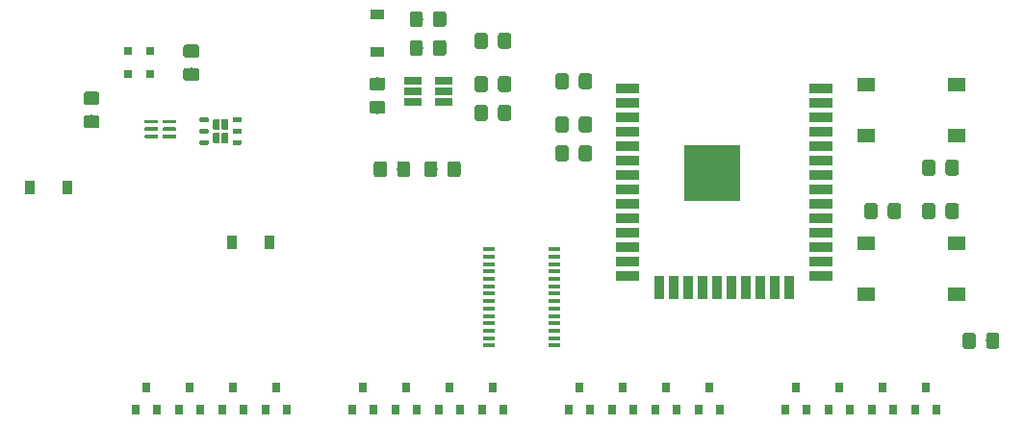
<source format=gbr>
G04 #@! TF.GenerationSoftware,KiCad,Pcbnew,(5.1.0-0)*
G04 #@! TF.CreationDate,2019-12-01T11:51:17+01:00*
G04 #@! TF.ProjectId,esp32,65737033-322e-46b6-9963-61645f706362,rev?*
G04 #@! TF.SameCoordinates,Original*
G04 #@! TF.FileFunction,Paste,Top*
G04 #@! TF.FilePolarity,Positive*
%FSLAX46Y46*%
G04 Gerber Fmt 4.6, Leading zero omitted, Abs format (unit mm)*
G04 Created by KiCad (PCBNEW (5.1.0-0)) date 2019-12-01 11:51:17*
%MOMM*%
%LPD*%
G04 APERTURE LIST*
%ADD10R,5.000000X5.000000*%
%ADD11R,2.000000X0.900000*%
%ADD12R,0.900000X2.000000*%
%ADD13R,0.900000X1.200000*%
%ADD14R,1.100000X0.400000*%
%ADD15R,0.800000X0.900000*%
%ADD16C,0.100000*%
%ADD17C,0.300000*%
%ADD18C,1.150000*%
%ADD19R,1.200000X0.900000*%
%ADD20R,1.560000X0.650000*%
%ADD21R,1.550000X1.300000*%
%ADD22C,0.600000*%
%ADD23C,0.400000*%
%ADD24R,0.640000X0.640000*%
G04 APERTURE END LIST*
D10*
X140500000Y-79095000D03*
D11*
X133000000Y-71595000D03*
X133000000Y-72865000D03*
X133000000Y-74135000D03*
X133000000Y-75405000D03*
X133000000Y-76675000D03*
X133000000Y-77945000D03*
X133000000Y-79215000D03*
X133000000Y-80485000D03*
X133000000Y-81755000D03*
X133000000Y-83025000D03*
X133000000Y-84295000D03*
X133000000Y-85565000D03*
X133000000Y-86835000D03*
X133000000Y-88105000D03*
D12*
X135785000Y-89105000D03*
X137055000Y-89105000D03*
X138325000Y-89105000D03*
X139595000Y-89105000D03*
X140865000Y-89105000D03*
X142135000Y-89105000D03*
X143405000Y-89105000D03*
X144675000Y-89105000D03*
X145945000Y-89105000D03*
X147215000Y-89105000D03*
D11*
X150000000Y-88105000D03*
X150000000Y-86835000D03*
X150000000Y-85565000D03*
X150000000Y-84295000D03*
X150000000Y-83025000D03*
X150000000Y-81755000D03*
X150000000Y-80485000D03*
X150000000Y-79215000D03*
X150000000Y-77945000D03*
X150000000Y-76675000D03*
X150000000Y-75405000D03*
X150000000Y-74135000D03*
X150000000Y-72865000D03*
X150000000Y-71595000D03*
D13*
X80414000Y-80358000D03*
X83714000Y-80358000D03*
X98194000Y-85184000D03*
X101494000Y-85184000D03*
D14*
X126570000Y-85785000D03*
X126570000Y-86435000D03*
X126570000Y-87085000D03*
X126570000Y-87735000D03*
X126570000Y-88385000D03*
X126570000Y-89035000D03*
X126570000Y-89685000D03*
X126570000Y-90335000D03*
X126570000Y-90985000D03*
X126570000Y-91635000D03*
X126570000Y-92285000D03*
X126570000Y-92935000D03*
X126570000Y-93585000D03*
X126570000Y-94235000D03*
X120870000Y-94235000D03*
X120870000Y-93585000D03*
X120870000Y-92935000D03*
X120870000Y-92285000D03*
X120870000Y-91635000D03*
X120870000Y-90985000D03*
X120870000Y-90335000D03*
X120870000Y-89685000D03*
X120870000Y-89035000D03*
X120870000Y-88385000D03*
X120870000Y-87735000D03*
X120870000Y-87085000D03*
X120870000Y-86435000D03*
X120870000Y-85785000D03*
D15*
X159280000Y-97900000D03*
X160230000Y-99900000D03*
X158330000Y-99900000D03*
X155470000Y-97900000D03*
X156420000Y-99900000D03*
X154520000Y-99900000D03*
X151660000Y-97900000D03*
X152610000Y-99900000D03*
X150710000Y-99900000D03*
X147850000Y-97900000D03*
X148800000Y-99900000D03*
X146900000Y-99900000D03*
X140230000Y-97900000D03*
X141180000Y-99900000D03*
X139280000Y-99900000D03*
X136420000Y-97900000D03*
X137370000Y-99900000D03*
X135470000Y-99900000D03*
X132610000Y-97900000D03*
X133560000Y-99900000D03*
X131660000Y-99900000D03*
X128800000Y-97900000D03*
X129750000Y-99900000D03*
X127850000Y-99900000D03*
X121180000Y-97900000D03*
X122130000Y-99900000D03*
X120230000Y-99900000D03*
X117370000Y-97900000D03*
X118320000Y-99900000D03*
X116420000Y-99900000D03*
X113560000Y-97900000D03*
X114510000Y-99900000D03*
X112610000Y-99900000D03*
X109750000Y-97900000D03*
X110700000Y-99900000D03*
X108800000Y-99900000D03*
X102130000Y-97900000D03*
X103080000Y-99900000D03*
X101180000Y-99900000D03*
X98320000Y-97900000D03*
X99270000Y-99900000D03*
X97370000Y-99900000D03*
X94510000Y-97900000D03*
X95460000Y-99900000D03*
X93560000Y-99900000D03*
X90700000Y-97900000D03*
X91650000Y-99900000D03*
X89750000Y-99900000D03*
D16*
G36*
X93229851Y-74384361D02*
G01*
X93237132Y-74385441D01*
X93244271Y-74387229D01*
X93251201Y-74389709D01*
X93257855Y-74392856D01*
X93264168Y-74396640D01*
X93270079Y-74401024D01*
X93275533Y-74405967D01*
X93280476Y-74411421D01*
X93284860Y-74417332D01*
X93288644Y-74423645D01*
X93291791Y-74430299D01*
X93294271Y-74437229D01*
X93296059Y-74444368D01*
X93297139Y-74451649D01*
X93297500Y-74459000D01*
X93297500Y-74609000D01*
X93297139Y-74616351D01*
X93296059Y-74623632D01*
X93294271Y-74630771D01*
X93291791Y-74637701D01*
X93288644Y-74644355D01*
X93284860Y-74650668D01*
X93280476Y-74656579D01*
X93275533Y-74662033D01*
X93270079Y-74666976D01*
X93264168Y-74671360D01*
X93257855Y-74675144D01*
X93251201Y-74678291D01*
X93244271Y-74680771D01*
X93237132Y-74682559D01*
X93229851Y-74683639D01*
X93222500Y-74684000D01*
X92197500Y-74684000D01*
X92190149Y-74683639D01*
X92182868Y-74682559D01*
X92175729Y-74680771D01*
X92168799Y-74678291D01*
X92162145Y-74675144D01*
X92155832Y-74671360D01*
X92149921Y-74666976D01*
X92144467Y-74662033D01*
X92139524Y-74656579D01*
X92135140Y-74650668D01*
X92131356Y-74644355D01*
X92128209Y-74637701D01*
X92125729Y-74630771D01*
X92123941Y-74623632D01*
X92122861Y-74616351D01*
X92122500Y-74609000D01*
X92122500Y-74459000D01*
X92122861Y-74451649D01*
X92123941Y-74444368D01*
X92125729Y-74437229D01*
X92128209Y-74430299D01*
X92131356Y-74423645D01*
X92135140Y-74417332D01*
X92139524Y-74411421D01*
X92144467Y-74405967D01*
X92149921Y-74401024D01*
X92155832Y-74396640D01*
X92162145Y-74392856D01*
X92168799Y-74389709D01*
X92175729Y-74387229D01*
X92182868Y-74385441D01*
X92190149Y-74384361D01*
X92197500Y-74384000D01*
X93222500Y-74384000D01*
X93229851Y-74384361D01*
X93229851Y-74384361D01*
G37*
D17*
X92710000Y-74534000D03*
D16*
G36*
X93229851Y-75034361D02*
G01*
X93237132Y-75035441D01*
X93244271Y-75037229D01*
X93251201Y-75039709D01*
X93257855Y-75042856D01*
X93264168Y-75046640D01*
X93270079Y-75051024D01*
X93275533Y-75055967D01*
X93280476Y-75061421D01*
X93284860Y-75067332D01*
X93288644Y-75073645D01*
X93291791Y-75080299D01*
X93294271Y-75087229D01*
X93296059Y-75094368D01*
X93297139Y-75101649D01*
X93297500Y-75109000D01*
X93297500Y-75259000D01*
X93297139Y-75266351D01*
X93296059Y-75273632D01*
X93294271Y-75280771D01*
X93291791Y-75287701D01*
X93288644Y-75294355D01*
X93284860Y-75300668D01*
X93280476Y-75306579D01*
X93275533Y-75312033D01*
X93270079Y-75316976D01*
X93264168Y-75321360D01*
X93257855Y-75325144D01*
X93251201Y-75328291D01*
X93244271Y-75330771D01*
X93237132Y-75332559D01*
X93229851Y-75333639D01*
X93222500Y-75334000D01*
X92197500Y-75334000D01*
X92190149Y-75333639D01*
X92182868Y-75332559D01*
X92175729Y-75330771D01*
X92168799Y-75328291D01*
X92162145Y-75325144D01*
X92155832Y-75321360D01*
X92149921Y-75316976D01*
X92144467Y-75312033D01*
X92139524Y-75306579D01*
X92135140Y-75300668D01*
X92131356Y-75294355D01*
X92128209Y-75287701D01*
X92125729Y-75280771D01*
X92123941Y-75273632D01*
X92122861Y-75266351D01*
X92122500Y-75259000D01*
X92122500Y-75109000D01*
X92122861Y-75101649D01*
X92123941Y-75094368D01*
X92125729Y-75087229D01*
X92128209Y-75080299D01*
X92131356Y-75073645D01*
X92135140Y-75067332D01*
X92139524Y-75061421D01*
X92144467Y-75055967D01*
X92149921Y-75051024D01*
X92155832Y-75046640D01*
X92162145Y-75042856D01*
X92168799Y-75039709D01*
X92175729Y-75037229D01*
X92182868Y-75035441D01*
X92190149Y-75034361D01*
X92197500Y-75034000D01*
X93222500Y-75034000D01*
X93229851Y-75034361D01*
X93229851Y-75034361D01*
G37*
D17*
X92710000Y-75184000D03*
D16*
G36*
X93229851Y-75684361D02*
G01*
X93237132Y-75685441D01*
X93244271Y-75687229D01*
X93251201Y-75689709D01*
X93257855Y-75692856D01*
X93264168Y-75696640D01*
X93270079Y-75701024D01*
X93275533Y-75705967D01*
X93280476Y-75711421D01*
X93284860Y-75717332D01*
X93288644Y-75723645D01*
X93291791Y-75730299D01*
X93294271Y-75737229D01*
X93296059Y-75744368D01*
X93297139Y-75751649D01*
X93297500Y-75759000D01*
X93297500Y-75909000D01*
X93297139Y-75916351D01*
X93296059Y-75923632D01*
X93294271Y-75930771D01*
X93291791Y-75937701D01*
X93288644Y-75944355D01*
X93284860Y-75950668D01*
X93280476Y-75956579D01*
X93275533Y-75962033D01*
X93270079Y-75966976D01*
X93264168Y-75971360D01*
X93257855Y-75975144D01*
X93251201Y-75978291D01*
X93244271Y-75980771D01*
X93237132Y-75982559D01*
X93229851Y-75983639D01*
X93222500Y-75984000D01*
X92197500Y-75984000D01*
X92190149Y-75983639D01*
X92182868Y-75982559D01*
X92175729Y-75980771D01*
X92168799Y-75978291D01*
X92162145Y-75975144D01*
X92155832Y-75971360D01*
X92149921Y-75966976D01*
X92144467Y-75962033D01*
X92139524Y-75956579D01*
X92135140Y-75950668D01*
X92131356Y-75944355D01*
X92128209Y-75937701D01*
X92125729Y-75930771D01*
X92123941Y-75923632D01*
X92122861Y-75916351D01*
X92122500Y-75909000D01*
X92122500Y-75759000D01*
X92122861Y-75751649D01*
X92123941Y-75744368D01*
X92125729Y-75737229D01*
X92128209Y-75730299D01*
X92131356Y-75723645D01*
X92135140Y-75717332D01*
X92139524Y-75711421D01*
X92144467Y-75705967D01*
X92149921Y-75701024D01*
X92155832Y-75696640D01*
X92162145Y-75692856D01*
X92168799Y-75689709D01*
X92175729Y-75687229D01*
X92182868Y-75685441D01*
X92190149Y-75684361D01*
X92197500Y-75684000D01*
X93222500Y-75684000D01*
X93229851Y-75684361D01*
X93229851Y-75684361D01*
G37*
D17*
X92710000Y-75834000D03*
D16*
G36*
X91654851Y-75684361D02*
G01*
X91662132Y-75685441D01*
X91669271Y-75687229D01*
X91676201Y-75689709D01*
X91682855Y-75692856D01*
X91689168Y-75696640D01*
X91695079Y-75701024D01*
X91700533Y-75705967D01*
X91705476Y-75711421D01*
X91709860Y-75717332D01*
X91713644Y-75723645D01*
X91716791Y-75730299D01*
X91719271Y-75737229D01*
X91721059Y-75744368D01*
X91722139Y-75751649D01*
X91722500Y-75759000D01*
X91722500Y-75909000D01*
X91722139Y-75916351D01*
X91721059Y-75923632D01*
X91719271Y-75930771D01*
X91716791Y-75937701D01*
X91713644Y-75944355D01*
X91709860Y-75950668D01*
X91705476Y-75956579D01*
X91700533Y-75962033D01*
X91695079Y-75966976D01*
X91689168Y-75971360D01*
X91682855Y-75975144D01*
X91676201Y-75978291D01*
X91669271Y-75980771D01*
X91662132Y-75982559D01*
X91654851Y-75983639D01*
X91647500Y-75984000D01*
X90622500Y-75984000D01*
X90615149Y-75983639D01*
X90607868Y-75982559D01*
X90600729Y-75980771D01*
X90593799Y-75978291D01*
X90587145Y-75975144D01*
X90580832Y-75971360D01*
X90574921Y-75966976D01*
X90569467Y-75962033D01*
X90564524Y-75956579D01*
X90560140Y-75950668D01*
X90556356Y-75944355D01*
X90553209Y-75937701D01*
X90550729Y-75930771D01*
X90548941Y-75923632D01*
X90547861Y-75916351D01*
X90547500Y-75909000D01*
X90547500Y-75759000D01*
X90547861Y-75751649D01*
X90548941Y-75744368D01*
X90550729Y-75737229D01*
X90553209Y-75730299D01*
X90556356Y-75723645D01*
X90560140Y-75717332D01*
X90564524Y-75711421D01*
X90569467Y-75705967D01*
X90574921Y-75701024D01*
X90580832Y-75696640D01*
X90587145Y-75692856D01*
X90593799Y-75689709D01*
X90600729Y-75687229D01*
X90607868Y-75685441D01*
X90615149Y-75684361D01*
X90622500Y-75684000D01*
X91647500Y-75684000D01*
X91654851Y-75684361D01*
X91654851Y-75684361D01*
G37*
D17*
X91135000Y-75834000D03*
D16*
G36*
X91654851Y-75034361D02*
G01*
X91662132Y-75035441D01*
X91669271Y-75037229D01*
X91676201Y-75039709D01*
X91682855Y-75042856D01*
X91689168Y-75046640D01*
X91695079Y-75051024D01*
X91700533Y-75055967D01*
X91705476Y-75061421D01*
X91709860Y-75067332D01*
X91713644Y-75073645D01*
X91716791Y-75080299D01*
X91719271Y-75087229D01*
X91721059Y-75094368D01*
X91722139Y-75101649D01*
X91722500Y-75109000D01*
X91722500Y-75259000D01*
X91722139Y-75266351D01*
X91721059Y-75273632D01*
X91719271Y-75280771D01*
X91716791Y-75287701D01*
X91713644Y-75294355D01*
X91709860Y-75300668D01*
X91705476Y-75306579D01*
X91700533Y-75312033D01*
X91695079Y-75316976D01*
X91689168Y-75321360D01*
X91682855Y-75325144D01*
X91676201Y-75328291D01*
X91669271Y-75330771D01*
X91662132Y-75332559D01*
X91654851Y-75333639D01*
X91647500Y-75334000D01*
X90622500Y-75334000D01*
X90615149Y-75333639D01*
X90607868Y-75332559D01*
X90600729Y-75330771D01*
X90593799Y-75328291D01*
X90587145Y-75325144D01*
X90580832Y-75321360D01*
X90574921Y-75316976D01*
X90569467Y-75312033D01*
X90564524Y-75306579D01*
X90560140Y-75300668D01*
X90556356Y-75294355D01*
X90553209Y-75287701D01*
X90550729Y-75280771D01*
X90548941Y-75273632D01*
X90547861Y-75266351D01*
X90547500Y-75259000D01*
X90547500Y-75109000D01*
X90547861Y-75101649D01*
X90548941Y-75094368D01*
X90550729Y-75087229D01*
X90553209Y-75080299D01*
X90556356Y-75073645D01*
X90560140Y-75067332D01*
X90564524Y-75061421D01*
X90569467Y-75055967D01*
X90574921Y-75051024D01*
X90580832Y-75046640D01*
X90587145Y-75042856D01*
X90593799Y-75039709D01*
X90600729Y-75037229D01*
X90607868Y-75035441D01*
X90615149Y-75034361D01*
X90622500Y-75034000D01*
X91647500Y-75034000D01*
X91654851Y-75034361D01*
X91654851Y-75034361D01*
G37*
D17*
X91135000Y-75184000D03*
D16*
G36*
X91654851Y-74384361D02*
G01*
X91662132Y-74385441D01*
X91669271Y-74387229D01*
X91676201Y-74389709D01*
X91682855Y-74392856D01*
X91689168Y-74396640D01*
X91695079Y-74401024D01*
X91700533Y-74405967D01*
X91705476Y-74411421D01*
X91709860Y-74417332D01*
X91713644Y-74423645D01*
X91716791Y-74430299D01*
X91719271Y-74437229D01*
X91721059Y-74444368D01*
X91722139Y-74451649D01*
X91722500Y-74459000D01*
X91722500Y-74609000D01*
X91722139Y-74616351D01*
X91721059Y-74623632D01*
X91719271Y-74630771D01*
X91716791Y-74637701D01*
X91713644Y-74644355D01*
X91709860Y-74650668D01*
X91705476Y-74656579D01*
X91700533Y-74662033D01*
X91695079Y-74666976D01*
X91689168Y-74671360D01*
X91682855Y-74675144D01*
X91676201Y-74678291D01*
X91669271Y-74680771D01*
X91662132Y-74682559D01*
X91654851Y-74683639D01*
X91647500Y-74684000D01*
X90622500Y-74684000D01*
X90615149Y-74683639D01*
X90607868Y-74682559D01*
X90600729Y-74680771D01*
X90593799Y-74678291D01*
X90587145Y-74675144D01*
X90580832Y-74671360D01*
X90574921Y-74666976D01*
X90569467Y-74662033D01*
X90564524Y-74656579D01*
X90560140Y-74650668D01*
X90556356Y-74644355D01*
X90553209Y-74637701D01*
X90550729Y-74630771D01*
X90548941Y-74623632D01*
X90547861Y-74616351D01*
X90547500Y-74609000D01*
X90547500Y-74459000D01*
X90547861Y-74451649D01*
X90548941Y-74444368D01*
X90550729Y-74437229D01*
X90553209Y-74430299D01*
X90556356Y-74423645D01*
X90560140Y-74417332D01*
X90564524Y-74411421D01*
X90569467Y-74405967D01*
X90574921Y-74401024D01*
X90580832Y-74396640D01*
X90587145Y-74392856D01*
X90593799Y-74389709D01*
X90600729Y-74387229D01*
X90607868Y-74385441D01*
X90615149Y-74384361D01*
X90622500Y-74384000D01*
X91647500Y-74384000D01*
X91654851Y-74384361D01*
X91654851Y-74384361D01*
G37*
D17*
X91135000Y-74534000D03*
D16*
G36*
X86348505Y-73951204D02*
G01*
X86372773Y-73954804D01*
X86396572Y-73960765D01*
X86419671Y-73969030D01*
X86441850Y-73979520D01*
X86462893Y-73992132D01*
X86482599Y-74006747D01*
X86500777Y-74023223D01*
X86517253Y-74041401D01*
X86531868Y-74061107D01*
X86544480Y-74082150D01*
X86554970Y-74104329D01*
X86563235Y-74127428D01*
X86569196Y-74151227D01*
X86572796Y-74175495D01*
X86574000Y-74199999D01*
X86574000Y-74850001D01*
X86572796Y-74874505D01*
X86569196Y-74898773D01*
X86563235Y-74922572D01*
X86554970Y-74945671D01*
X86544480Y-74967850D01*
X86531868Y-74988893D01*
X86517253Y-75008599D01*
X86500777Y-75026777D01*
X86482599Y-75043253D01*
X86462893Y-75057868D01*
X86441850Y-75070480D01*
X86419671Y-75080970D01*
X86396572Y-75089235D01*
X86372773Y-75095196D01*
X86348505Y-75098796D01*
X86324001Y-75100000D01*
X85423999Y-75100000D01*
X85399495Y-75098796D01*
X85375227Y-75095196D01*
X85351428Y-75089235D01*
X85328329Y-75080970D01*
X85306150Y-75070480D01*
X85285107Y-75057868D01*
X85265401Y-75043253D01*
X85247223Y-75026777D01*
X85230747Y-75008599D01*
X85216132Y-74988893D01*
X85203520Y-74967850D01*
X85193030Y-74945671D01*
X85184765Y-74922572D01*
X85178804Y-74898773D01*
X85175204Y-74874505D01*
X85174000Y-74850001D01*
X85174000Y-74199999D01*
X85175204Y-74175495D01*
X85178804Y-74151227D01*
X85184765Y-74127428D01*
X85193030Y-74104329D01*
X85203520Y-74082150D01*
X85216132Y-74061107D01*
X85230747Y-74041401D01*
X85247223Y-74023223D01*
X85265401Y-74006747D01*
X85285107Y-73992132D01*
X85306150Y-73979520D01*
X85328329Y-73969030D01*
X85351428Y-73960765D01*
X85375227Y-73954804D01*
X85399495Y-73951204D01*
X85423999Y-73950000D01*
X86324001Y-73950000D01*
X86348505Y-73951204D01*
X86348505Y-73951204D01*
G37*
D18*
X85874000Y-74525000D03*
D16*
G36*
X86348505Y-71901204D02*
G01*
X86372773Y-71904804D01*
X86396572Y-71910765D01*
X86419671Y-71919030D01*
X86441850Y-71929520D01*
X86462893Y-71942132D01*
X86482599Y-71956747D01*
X86500777Y-71973223D01*
X86517253Y-71991401D01*
X86531868Y-72011107D01*
X86544480Y-72032150D01*
X86554970Y-72054329D01*
X86563235Y-72077428D01*
X86569196Y-72101227D01*
X86572796Y-72125495D01*
X86574000Y-72149999D01*
X86574000Y-72800001D01*
X86572796Y-72824505D01*
X86569196Y-72848773D01*
X86563235Y-72872572D01*
X86554970Y-72895671D01*
X86544480Y-72917850D01*
X86531868Y-72938893D01*
X86517253Y-72958599D01*
X86500777Y-72976777D01*
X86482599Y-72993253D01*
X86462893Y-73007868D01*
X86441850Y-73020480D01*
X86419671Y-73030970D01*
X86396572Y-73039235D01*
X86372773Y-73045196D01*
X86348505Y-73048796D01*
X86324001Y-73050000D01*
X85423999Y-73050000D01*
X85399495Y-73048796D01*
X85375227Y-73045196D01*
X85351428Y-73039235D01*
X85328329Y-73030970D01*
X85306150Y-73020480D01*
X85285107Y-73007868D01*
X85265401Y-72993253D01*
X85247223Y-72976777D01*
X85230747Y-72958599D01*
X85216132Y-72938893D01*
X85203520Y-72917850D01*
X85193030Y-72895671D01*
X85184765Y-72872572D01*
X85178804Y-72848773D01*
X85175204Y-72824505D01*
X85174000Y-72800001D01*
X85174000Y-72149999D01*
X85175204Y-72125495D01*
X85178804Y-72101227D01*
X85184765Y-72077428D01*
X85193030Y-72054329D01*
X85203520Y-72032150D01*
X85216132Y-72011107D01*
X85230747Y-71991401D01*
X85247223Y-71973223D01*
X85265401Y-71956747D01*
X85285107Y-71942132D01*
X85306150Y-71929520D01*
X85328329Y-71919030D01*
X85351428Y-71910765D01*
X85375227Y-71904804D01*
X85399495Y-71901204D01*
X85423999Y-71900000D01*
X86324001Y-71900000D01*
X86348505Y-71901204D01*
X86348505Y-71901204D01*
G37*
D18*
X85874000Y-72475000D03*
D16*
G36*
X129666505Y-74071204D02*
G01*
X129690773Y-74074804D01*
X129714572Y-74080765D01*
X129737671Y-74089030D01*
X129759850Y-74099520D01*
X129780893Y-74112132D01*
X129800599Y-74126747D01*
X129818777Y-74143223D01*
X129835253Y-74161401D01*
X129849868Y-74181107D01*
X129862480Y-74202150D01*
X129872970Y-74224329D01*
X129881235Y-74247428D01*
X129887196Y-74271227D01*
X129890796Y-74295495D01*
X129892000Y-74319999D01*
X129892000Y-75220001D01*
X129890796Y-75244505D01*
X129887196Y-75268773D01*
X129881235Y-75292572D01*
X129872970Y-75315671D01*
X129862480Y-75337850D01*
X129849868Y-75358893D01*
X129835253Y-75378599D01*
X129818777Y-75396777D01*
X129800599Y-75413253D01*
X129780893Y-75427868D01*
X129759850Y-75440480D01*
X129737671Y-75450970D01*
X129714572Y-75459235D01*
X129690773Y-75465196D01*
X129666505Y-75468796D01*
X129642001Y-75470000D01*
X128991999Y-75470000D01*
X128967495Y-75468796D01*
X128943227Y-75465196D01*
X128919428Y-75459235D01*
X128896329Y-75450970D01*
X128874150Y-75440480D01*
X128853107Y-75427868D01*
X128833401Y-75413253D01*
X128815223Y-75396777D01*
X128798747Y-75378599D01*
X128784132Y-75358893D01*
X128771520Y-75337850D01*
X128761030Y-75315671D01*
X128752765Y-75292572D01*
X128746804Y-75268773D01*
X128743204Y-75244505D01*
X128742000Y-75220001D01*
X128742000Y-74319999D01*
X128743204Y-74295495D01*
X128746804Y-74271227D01*
X128752765Y-74247428D01*
X128761030Y-74224329D01*
X128771520Y-74202150D01*
X128784132Y-74181107D01*
X128798747Y-74161401D01*
X128815223Y-74143223D01*
X128833401Y-74126747D01*
X128853107Y-74112132D01*
X128874150Y-74099520D01*
X128896329Y-74089030D01*
X128919428Y-74080765D01*
X128943227Y-74074804D01*
X128967495Y-74071204D01*
X128991999Y-74070000D01*
X129642001Y-74070000D01*
X129666505Y-74071204D01*
X129666505Y-74071204D01*
G37*
D18*
X129317000Y-74770000D03*
D16*
G36*
X127616505Y-74071204D02*
G01*
X127640773Y-74074804D01*
X127664572Y-74080765D01*
X127687671Y-74089030D01*
X127709850Y-74099520D01*
X127730893Y-74112132D01*
X127750599Y-74126747D01*
X127768777Y-74143223D01*
X127785253Y-74161401D01*
X127799868Y-74181107D01*
X127812480Y-74202150D01*
X127822970Y-74224329D01*
X127831235Y-74247428D01*
X127837196Y-74271227D01*
X127840796Y-74295495D01*
X127842000Y-74319999D01*
X127842000Y-75220001D01*
X127840796Y-75244505D01*
X127837196Y-75268773D01*
X127831235Y-75292572D01*
X127822970Y-75315671D01*
X127812480Y-75337850D01*
X127799868Y-75358893D01*
X127785253Y-75378599D01*
X127768777Y-75396777D01*
X127750599Y-75413253D01*
X127730893Y-75427868D01*
X127709850Y-75440480D01*
X127687671Y-75450970D01*
X127664572Y-75459235D01*
X127640773Y-75465196D01*
X127616505Y-75468796D01*
X127592001Y-75470000D01*
X126941999Y-75470000D01*
X126917495Y-75468796D01*
X126893227Y-75465196D01*
X126869428Y-75459235D01*
X126846329Y-75450970D01*
X126824150Y-75440480D01*
X126803107Y-75427868D01*
X126783401Y-75413253D01*
X126765223Y-75396777D01*
X126748747Y-75378599D01*
X126734132Y-75358893D01*
X126721520Y-75337850D01*
X126711030Y-75315671D01*
X126702765Y-75292572D01*
X126696804Y-75268773D01*
X126693204Y-75244505D01*
X126692000Y-75220001D01*
X126692000Y-74319999D01*
X126693204Y-74295495D01*
X126696804Y-74271227D01*
X126702765Y-74247428D01*
X126711030Y-74224329D01*
X126721520Y-74202150D01*
X126734132Y-74181107D01*
X126748747Y-74161401D01*
X126765223Y-74143223D01*
X126783401Y-74126747D01*
X126803107Y-74112132D01*
X126824150Y-74099520D01*
X126846329Y-74089030D01*
X126869428Y-74080765D01*
X126893227Y-74074804D01*
X126917495Y-74071204D01*
X126941999Y-74070000D01*
X127592001Y-74070000D01*
X127616505Y-74071204D01*
X127616505Y-74071204D01*
G37*
D18*
X127267000Y-74770000D03*
D19*
X111020000Y-68419000D03*
X111020000Y-65119000D03*
D20*
X116815000Y-71849000D03*
X116815000Y-70899000D03*
X116815000Y-72799000D03*
X114115000Y-72799000D03*
X114115000Y-71849000D03*
X114115000Y-70899000D03*
D16*
G36*
X120504505Y-70515204D02*
G01*
X120528773Y-70518804D01*
X120552572Y-70524765D01*
X120575671Y-70533030D01*
X120597850Y-70543520D01*
X120618893Y-70556132D01*
X120638599Y-70570747D01*
X120656777Y-70587223D01*
X120673253Y-70605401D01*
X120687868Y-70625107D01*
X120700480Y-70646150D01*
X120710970Y-70668329D01*
X120719235Y-70691428D01*
X120725196Y-70715227D01*
X120728796Y-70739495D01*
X120730000Y-70763999D01*
X120730000Y-71664001D01*
X120728796Y-71688505D01*
X120725196Y-71712773D01*
X120719235Y-71736572D01*
X120710970Y-71759671D01*
X120700480Y-71781850D01*
X120687868Y-71802893D01*
X120673253Y-71822599D01*
X120656777Y-71840777D01*
X120638599Y-71857253D01*
X120618893Y-71871868D01*
X120597850Y-71884480D01*
X120575671Y-71894970D01*
X120552572Y-71903235D01*
X120528773Y-71909196D01*
X120504505Y-71912796D01*
X120480001Y-71914000D01*
X119829999Y-71914000D01*
X119805495Y-71912796D01*
X119781227Y-71909196D01*
X119757428Y-71903235D01*
X119734329Y-71894970D01*
X119712150Y-71884480D01*
X119691107Y-71871868D01*
X119671401Y-71857253D01*
X119653223Y-71840777D01*
X119636747Y-71822599D01*
X119622132Y-71802893D01*
X119609520Y-71781850D01*
X119599030Y-71759671D01*
X119590765Y-71736572D01*
X119584804Y-71712773D01*
X119581204Y-71688505D01*
X119580000Y-71664001D01*
X119580000Y-70763999D01*
X119581204Y-70739495D01*
X119584804Y-70715227D01*
X119590765Y-70691428D01*
X119599030Y-70668329D01*
X119609520Y-70646150D01*
X119622132Y-70625107D01*
X119636747Y-70605401D01*
X119653223Y-70587223D01*
X119671401Y-70570747D01*
X119691107Y-70556132D01*
X119712150Y-70543520D01*
X119734329Y-70533030D01*
X119757428Y-70524765D01*
X119781227Y-70518804D01*
X119805495Y-70515204D01*
X119829999Y-70514000D01*
X120480001Y-70514000D01*
X120504505Y-70515204D01*
X120504505Y-70515204D01*
G37*
D18*
X120155000Y-71214000D03*
D16*
G36*
X122554505Y-70515204D02*
G01*
X122578773Y-70518804D01*
X122602572Y-70524765D01*
X122625671Y-70533030D01*
X122647850Y-70543520D01*
X122668893Y-70556132D01*
X122688599Y-70570747D01*
X122706777Y-70587223D01*
X122723253Y-70605401D01*
X122737868Y-70625107D01*
X122750480Y-70646150D01*
X122760970Y-70668329D01*
X122769235Y-70691428D01*
X122775196Y-70715227D01*
X122778796Y-70739495D01*
X122780000Y-70763999D01*
X122780000Y-71664001D01*
X122778796Y-71688505D01*
X122775196Y-71712773D01*
X122769235Y-71736572D01*
X122760970Y-71759671D01*
X122750480Y-71781850D01*
X122737868Y-71802893D01*
X122723253Y-71822599D01*
X122706777Y-71840777D01*
X122688599Y-71857253D01*
X122668893Y-71871868D01*
X122647850Y-71884480D01*
X122625671Y-71894970D01*
X122602572Y-71903235D01*
X122578773Y-71909196D01*
X122554505Y-71912796D01*
X122530001Y-71914000D01*
X121879999Y-71914000D01*
X121855495Y-71912796D01*
X121831227Y-71909196D01*
X121807428Y-71903235D01*
X121784329Y-71894970D01*
X121762150Y-71884480D01*
X121741107Y-71871868D01*
X121721401Y-71857253D01*
X121703223Y-71840777D01*
X121686747Y-71822599D01*
X121672132Y-71802893D01*
X121659520Y-71781850D01*
X121649030Y-71759671D01*
X121640765Y-71736572D01*
X121634804Y-71712773D01*
X121631204Y-71688505D01*
X121630000Y-71664001D01*
X121630000Y-70763999D01*
X121631204Y-70739495D01*
X121634804Y-70715227D01*
X121640765Y-70691428D01*
X121649030Y-70668329D01*
X121659520Y-70646150D01*
X121672132Y-70625107D01*
X121686747Y-70605401D01*
X121703223Y-70587223D01*
X121721401Y-70570747D01*
X121741107Y-70556132D01*
X121762150Y-70543520D01*
X121784329Y-70533030D01*
X121807428Y-70524765D01*
X121831227Y-70518804D01*
X121855495Y-70515204D01*
X121879999Y-70514000D01*
X122530001Y-70514000D01*
X122554505Y-70515204D01*
X122554505Y-70515204D01*
G37*
D18*
X122205000Y-71214000D03*
D16*
G36*
X120504505Y-73055204D02*
G01*
X120528773Y-73058804D01*
X120552572Y-73064765D01*
X120575671Y-73073030D01*
X120597850Y-73083520D01*
X120618893Y-73096132D01*
X120638599Y-73110747D01*
X120656777Y-73127223D01*
X120673253Y-73145401D01*
X120687868Y-73165107D01*
X120700480Y-73186150D01*
X120710970Y-73208329D01*
X120719235Y-73231428D01*
X120725196Y-73255227D01*
X120728796Y-73279495D01*
X120730000Y-73303999D01*
X120730000Y-74204001D01*
X120728796Y-74228505D01*
X120725196Y-74252773D01*
X120719235Y-74276572D01*
X120710970Y-74299671D01*
X120700480Y-74321850D01*
X120687868Y-74342893D01*
X120673253Y-74362599D01*
X120656777Y-74380777D01*
X120638599Y-74397253D01*
X120618893Y-74411868D01*
X120597850Y-74424480D01*
X120575671Y-74434970D01*
X120552572Y-74443235D01*
X120528773Y-74449196D01*
X120504505Y-74452796D01*
X120480001Y-74454000D01*
X119829999Y-74454000D01*
X119805495Y-74452796D01*
X119781227Y-74449196D01*
X119757428Y-74443235D01*
X119734329Y-74434970D01*
X119712150Y-74424480D01*
X119691107Y-74411868D01*
X119671401Y-74397253D01*
X119653223Y-74380777D01*
X119636747Y-74362599D01*
X119622132Y-74342893D01*
X119609520Y-74321850D01*
X119599030Y-74299671D01*
X119590765Y-74276572D01*
X119584804Y-74252773D01*
X119581204Y-74228505D01*
X119580000Y-74204001D01*
X119580000Y-73303999D01*
X119581204Y-73279495D01*
X119584804Y-73255227D01*
X119590765Y-73231428D01*
X119599030Y-73208329D01*
X119609520Y-73186150D01*
X119622132Y-73165107D01*
X119636747Y-73145401D01*
X119653223Y-73127223D01*
X119671401Y-73110747D01*
X119691107Y-73096132D01*
X119712150Y-73083520D01*
X119734329Y-73073030D01*
X119757428Y-73064765D01*
X119781227Y-73058804D01*
X119805495Y-73055204D01*
X119829999Y-73054000D01*
X120480001Y-73054000D01*
X120504505Y-73055204D01*
X120504505Y-73055204D01*
G37*
D18*
X120155000Y-73754000D03*
D16*
G36*
X122554505Y-73055204D02*
G01*
X122578773Y-73058804D01*
X122602572Y-73064765D01*
X122625671Y-73073030D01*
X122647850Y-73083520D01*
X122668893Y-73096132D01*
X122688599Y-73110747D01*
X122706777Y-73127223D01*
X122723253Y-73145401D01*
X122737868Y-73165107D01*
X122750480Y-73186150D01*
X122760970Y-73208329D01*
X122769235Y-73231428D01*
X122775196Y-73255227D01*
X122778796Y-73279495D01*
X122780000Y-73303999D01*
X122780000Y-74204001D01*
X122778796Y-74228505D01*
X122775196Y-74252773D01*
X122769235Y-74276572D01*
X122760970Y-74299671D01*
X122750480Y-74321850D01*
X122737868Y-74342893D01*
X122723253Y-74362599D01*
X122706777Y-74380777D01*
X122688599Y-74397253D01*
X122668893Y-74411868D01*
X122647850Y-74424480D01*
X122625671Y-74434970D01*
X122602572Y-74443235D01*
X122578773Y-74449196D01*
X122554505Y-74452796D01*
X122530001Y-74454000D01*
X121879999Y-74454000D01*
X121855495Y-74452796D01*
X121831227Y-74449196D01*
X121807428Y-74443235D01*
X121784329Y-74434970D01*
X121762150Y-74424480D01*
X121741107Y-74411868D01*
X121721401Y-74397253D01*
X121703223Y-74380777D01*
X121686747Y-74362599D01*
X121672132Y-74342893D01*
X121659520Y-74321850D01*
X121649030Y-74299671D01*
X121640765Y-74276572D01*
X121634804Y-74252773D01*
X121631204Y-74228505D01*
X121630000Y-74204001D01*
X121630000Y-73303999D01*
X121631204Y-73279495D01*
X121634804Y-73255227D01*
X121640765Y-73231428D01*
X121649030Y-73208329D01*
X121659520Y-73186150D01*
X121672132Y-73165107D01*
X121686747Y-73145401D01*
X121703223Y-73127223D01*
X121721401Y-73110747D01*
X121741107Y-73096132D01*
X121762150Y-73083520D01*
X121784329Y-73073030D01*
X121807428Y-73064765D01*
X121831227Y-73058804D01*
X121855495Y-73055204D01*
X121879999Y-73054000D01*
X122530001Y-73054000D01*
X122554505Y-73055204D01*
X122554505Y-73055204D01*
G37*
D18*
X122205000Y-73754000D03*
D16*
G36*
X116839505Y-64800204D02*
G01*
X116863773Y-64803804D01*
X116887572Y-64809765D01*
X116910671Y-64818030D01*
X116932850Y-64828520D01*
X116953893Y-64841132D01*
X116973599Y-64855747D01*
X116991777Y-64872223D01*
X117008253Y-64890401D01*
X117022868Y-64910107D01*
X117035480Y-64931150D01*
X117045970Y-64953329D01*
X117054235Y-64976428D01*
X117060196Y-65000227D01*
X117063796Y-65024495D01*
X117065000Y-65048999D01*
X117065000Y-65949001D01*
X117063796Y-65973505D01*
X117060196Y-65997773D01*
X117054235Y-66021572D01*
X117045970Y-66044671D01*
X117035480Y-66066850D01*
X117022868Y-66087893D01*
X117008253Y-66107599D01*
X116991777Y-66125777D01*
X116973599Y-66142253D01*
X116953893Y-66156868D01*
X116932850Y-66169480D01*
X116910671Y-66179970D01*
X116887572Y-66188235D01*
X116863773Y-66194196D01*
X116839505Y-66197796D01*
X116815001Y-66199000D01*
X116164999Y-66199000D01*
X116140495Y-66197796D01*
X116116227Y-66194196D01*
X116092428Y-66188235D01*
X116069329Y-66179970D01*
X116047150Y-66169480D01*
X116026107Y-66156868D01*
X116006401Y-66142253D01*
X115988223Y-66125777D01*
X115971747Y-66107599D01*
X115957132Y-66087893D01*
X115944520Y-66066850D01*
X115934030Y-66044671D01*
X115925765Y-66021572D01*
X115919804Y-65997773D01*
X115916204Y-65973505D01*
X115915000Y-65949001D01*
X115915000Y-65048999D01*
X115916204Y-65024495D01*
X115919804Y-65000227D01*
X115925765Y-64976428D01*
X115934030Y-64953329D01*
X115944520Y-64931150D01*
X115957132Y-64910107D01*
X115971747Y-64890401D01*
X115988223Y-64872223D01*
X116006401Y-64855747D01*
X116026107Y-64841132D01*
X116047150Y-64828520D01*
X116069329Y-64818030D01*
X116092428Y-64809765D01*
X116116227Y-64803804D01*
X116140495Y-64800204D01*
X116164999Y-64799000D01*
X116815001Y-64799000D01*
X116839505Y-64800204D01*
X116839505Y-64800204D01*
G37*
D18*
X116490000Y-65499000D03*
D16*
G36*
X114789505Y-64800204D02*
G01*
X114813773Y-64803804D01*
X114837572Y-64809765D01*
X114860671Y-64818030D01*
X114882850Y-64828520D01*
X114903893Y-64841132D01*
X114923599Y-64855747D01*
X114941777Y-64872223D01*
X114958253Y-64890401D01*
X114972868Y-64910107D01*
X114985480Y-64931150D01*
X114995970Y-64953329D01*
X115004235Y-64976428D01*
X115010196Y-65000227D01*
X115013796Y-65024495D01*
X115015000Y-65048999D01*
X115015000Y-65949001D01*
X115013796Y-65973505D01*
X115010196Y-65997773D01*
X115004235Y-66021572D01*
X114995970Y-66044671D01*
X114985480Y-66066850D01*
X114972868Y-66087893D01*
X114958253Y-66107599D01*
X114941777Y-66125777D01*
X114923599Y-66142253D01*
X114903893Y-66156868D01*
X114882850Y-66169480D01*
X114860671Y-66179970D01*
X114837572Y-66188235D01*
X114813773Y-66194196D01*
X114789505Y-66197796D01*
X114765001Y-66199000D01*
X114114999Y-66199000D01*
X114090495Y-66197796D01*
X114066227Y-66194196D01*
X114042428Y-66188235D01*
X114019329Y-66179970D01*
X113997150Y-66169480D01*
X113976107Y-66156868D01*
X113956401Y-66142253D01*
X113938223Y-66125777D01*
X113921747Y-66107599D01*
X113907132Y-66087893D01*
X113894520Y-66066850D01*
X113884030Y-66044671D01*
X113875765Y-66021572D01*
X113869804Y-65997773D01*
X113866204Y-65973505D01*
X113865000Y-65949001D01*
X113865000Y-65048999D01*
X113866204Y-65024495D01*
X113869804Y-65000227D01*
X113875765Y-64976428D01*
X113884030Y-64953329D01*
X113894520Y-64931150D01*
X113907132Y-64910107D01*
X113921747Y-64890401D01*
X113938223Y-64872223D01*
X113956401Y-64855747D01*
X113976107Y-64841132D01*
X113997150Y-64828520D01*
X114019329Y-64818030D01*
X114042428Y-64809765D01*
X114066227Y-64803804D01*
X114090495Y-64800204D01*
X114114999Y-64799000D01*
X114765001Y-64799000D01*
X114789505Y-64800204D01*
X114789505Y-64800204D01*
G37*
D18*
X114440000Y-65499000D03*
D16*
G36*
X120504505Y-66705204D02*
G01*
X120528773Y-66708804D01*
X120552572Y-66714765D01*
X120575671Y-66723030D01*
X120597850Y-66733520D01*
X120618893Y-66746132D01*
X120638599Y-66760747D01*
X120656777Y-66777223D01*
X120673253Y-66795401D01*
X120687868Y-66815107D01*
X120700480Y-66836150D01*
X120710970Y-66858329D01*
X120719235Y-66881428D01*
X120725196Y-66905227D01*
X120728796Y-66929495D01*
X120730000Y-66953999D01*
X120730000Y-67854001D01*
X120728796Y-67878505D01*
X120725196Y-67902773D01*
X120719235Y-67926572D01*
X120710970Y-67949671D01*
X120700480Y-67971850D01*
X120687868Y-67992893D01*
X120673253Y-68012599D01*
X120656777Y-68030777D01*
X120638599Y-68047253D01*
X120618893Y-68061868D01*
X120597850Y-68074480D01*
X120575671Y-68084970D01*
X120552572Y-68093235D01*
X120528773Y-68099196D01*
X120504505Y-68102796D01*
X120480001Y-68104000D01*
X119829999Y-68104000D01*
X119805495Y-68102796D01*
X119781227Y-68099196D01*
X119757428Y-68093235D01*
X119734329Y-68084970D01*
X119712150Y-68074480D01*
X119691107Y-68061868D01*
X119671401Y-68047253D01*
X119653223Y-68030777D01*
X119636747Y-68012599D01*
X119622132Y-67992893D01*
X119609520Y-67971850D01*
X119599030Y-67949671D01*
X119590765Y-67926572D01*
X119584804Y-67902773D01*
X119581204Y-67878505D01*
X119580000Y-67854001D01*
X119580000Y-66953999D01*
X119581204Y-66929495D01*
X119584804Y-66905227D01*
X119590765Y-66881428D01*
X119599030Y-66858329D01*
X119609520Y-66836150D01*
X119622132Y-66815107D01*
X119636747Y-66795401D01*
X119653223Y-66777223D01*
X119671401Y-66760747D01*
X119691107Y-66746132D01*
X119712150Y-66733520D01*
X119734329Y-66723030D01*
X119757428Y-66714765D01*
X119781227Y-66708804D01*
X119805495Y-66705204D01*
X119829999Y-66704000D01*
X120480001Y-66704000D01*
X120504505Y-66705204D01*
X120504505Y-66705204D01*
G37*
D18*
X120155000Y-67404000D03*
D16*
G36*
X122554505Y-66705204D02*
G01*
X122578773Y-66708804D01*
X122602572Y-66714765D01*
X122625671Y-66723030D01*
X122647850Y-66733520D01*
X122668893Y-66746132D01*
X122688599Y-66760747D01*
X122706777Y-66777223D01*
X122723253Y-66795401D01*
X122737868Y-66815107D01*
X122750480Y-66836150D01*
X122760970Y-66858329D01*
X122769235Y-66881428D01*
X122775196Y-66905227D01*
X122778796Y-66929495D01*
X122780000Y-66953999D01*
X122780000Y-67854001D01*
X122778796Y-67878505D01*
X122775196Y-67902773D01*
X122769235Y-67926572D01*
X122760970Y-67949671D01*
X122750480Y-67971850D01*
X122737868Y-67992893D01*
X122723253Y-68012599D01*
X122706777Y-68030777D01*
X122688599Y-68047253D01*
X122668893Y-68061868D01*
X122647850Y-68074480D01*
X122625671Y-68084970D01*
X122602572Y-68093235D01*
X122578773Y-68099196D01*
X122554505Y-68102796D01*
X122530001Y-68104000D01*
X121879999Y-68104000D01*
X121855495Y-68102796D01*
X121831227Y-68099196D01*
X121807428Y-68093235D01*
X121784329Y-68084970D01*
X121762150Y-68074480D01*
X121741107Y-68061868D01*
X121721401Y-68047253D01*
X121703223Y-68030777D01*
X121686747Y-68012599D01*
X121672132Y-67992893D01*
X121659520Y-67971850D01*
X121649030Y-67949671D01*
X121640765Y-67926572D01*
X121634804Y-67902773D01*
X121631204Y-67878505D01*
X121630000Y-67854001D01*
X121630000Y-66953999D01*
X121631204Y-66929495D01*
X121634804Y-66905227D01*
X121640765Y-66881428D01*
X121649030Y-66858329D01*
X121659520Y-66836150D01*
X121672132Y-66815107D01*
X121686747Y-66795401D01*
X121703223Y-66777223D01*
X121721401Y-66760747D01*
X121741107Y-66746132D01*
X121762150Y-66733520D01*
X121784329Y-66723030D01*
X121807428Y-66714765D01*
X121831227Y-66708804D01*
X121855495Y-66705204D01*
X121879999Y-66704000D01*
X122530001Y-66704000D01*
X122554505Y-66705204D01*
X122554505Y-66705204D01*
G37*
D18*
X122205000Y-67404000D03*
D16*
G36*
X114789505Y-67340204D02*
G01*
X114813773Y-67343804D01*
X114837572Y-67349765D01*
X114860671Y-67358030D01*
X114882850Y-67368520D01*
X114903893Y-67381132D01*
X114923599Y-67395747D01*
X114941777Y-67412223D01*
X114958253Y-67430401D01*
X114972868Y-67450107D01*
X114985480Y-67471150D01*
X114995970Y-67493329D01*
X115004235Y-67516428D01*
X115010196Y-67540227D01*
X115013796Y-67564495D01*
X115015000Y-67588999D01*
X115015000Y-68489001D01*
X115013796Y-68513505D01*
X115010196Y-68537773D01*
X115004235Y-68561572D01*
X114995970Y-68584671D01*
X114985480Y-68606850D01*
X114972868Y-68627893D01*
X114958253Y-68647599D01*
X114941777Y-68665777D01*
X114923599Y-68682253D01*
X114903893Y-68696868D01*
X114882850Y-68709480D01*
X114860671Y-68719970D01*
X114837572Y-68728235D01*
X114813773Y-68734196D01*
X114789505Y-68737796D01*
X114765001Y-68739000D01*
X114114999Y-68739000D01*
X114090495Y-68737796D01*
X114066227Y-68734196D01*
X114042428Y-68728235D01*
X114019329Y-68719970D01*
X113997150Y-68709480D01*
X113976107Y-68696868D01*
X113956401Y-68682253D01*
X113938223Y-68665777D01*
X113921747Y-68647599D01*
X113907132Y-68627893D01*
X113894520Y-68606850D01*
X113884030Y-68584671D01*
X113875765Y-68561572D01*
X113869804Y-68537773D01*
X113866204Y-68513505D01*
X113865000Y-68489001D01*
X113865000Y-67588999D01*
X113866204Y-67564495D01*
X113869804Y-67540227D01*
X113875765Y-67516428D01*
X113884030Y-67493329D01*
X113894520Y-67471150D01*
X113907132Y-67450107D01*
X113921747Y-67430401D01*
X113938223Y-67412223D01*
X113956401Y-67395747D01*
X113976107Y-67381132D01*
X113997150Y-67368520D01*
X114019329Y-67358030D01*
X114042428Y-67349765D01*
X114066227Y-67343804D01*
X114090495Y-67340204D01*
X114114999Y-67339000D01*
X114765001Y-67339000D01*
X114789505Y-67340204D01*
X114789505Y-67340204D01*
G37*
D18*
X114440000Y-68039000D03*
D16*
G36*
X116839505Y-67340204D02*
G01*
X116863773Y-67343804D01*
X116887572Y-67349765D01*
X116910671Y-67358030D01*
X116932850Y-67368520D01*
X116953893Y-67381132D01*
X116973599Y-67395747D01*
X116991777Y-67412223D01*
X117008253Y-67430401D01*
X117022868Y-67450107D01*
X117035480Y-67471150D01*
X117045970Y-67493329D01*
X117054235Y-67516428D01*
X117060196Y-67540227D01*
X117063796Y-67564495D01*
X117065000Y-67588999D01*
X117065000Y-68489001D01*
X117063796Y-68513505D01*
X117060196Y-68537773D01*
X117054235Y-68561572D01*
X117045970Y-68584671D01*
X117035480Y-68606850D01*
X117022868Y-68627893D01*
X117008253Y-68647599D01*
X116991777Y-68665777D01*
X116973599Y-68682253D01*
X116953893Y-68696868D01*
X116932850Y-68709480D01*
X116910671Y-68719970D01*
X116887572Y-68728235D01*
X116863773Y-68734196D01*
X116839505Y-68737796D01*
X116815001Y-68739000D01*
X116164999Y-68739000D01*
X116140495Y-68737796D01*
X116116227Y-68734196D01*
X116092428Y-68728235D01*
X116069329Y-68719970D01*
X116047150Y-68709480D01*
X116026107Y-68696868D01*
X116006401Y-68682253D01*
X115988223Y-68665777D01*
X115971747Y-68647599D01*
X115957132Y-68627893D01*
X115944520Y-68606850D01*
X115934030Y-68584671D01*
X115925765Y-68561572D01*
X115919804Y-68537773D01*
X115916204Y-68513505D01*
X115915000Y-68489001D01*
X115915000Y-67588999D01*
X115916204Y-67564495D01*
X115919804Y-67540227D01*
X115925765Y-67516428D01*
X115934030Y-67493329D01*
X115944520Y-67471150D01*
X115957132Y-67450107D01*
X115971747Y-67430401D01*
X115988223Y-67412223D01*
X116006401Y-67395747D01*
X116026107Y-67381132D01*
X116047150Y-67368520D01*
X116069329Y-67358030D01*
X116092428Y-67349765D01*
X116116227Y-67343804D01*
X116140495Y-67340204D01*
X116164999Y-67339000D01*
X116815001Y-67339000D01*
X116839505Y-67340204D01*
X116839505Y-67340204D01*
G37*
D18*
X116490000Y-68039000D03*
D16*
G36*
X111494505Y-70640204D02*
G01*
X111518773Y-70643804D01*
X111542572Y-70649765D01*
X111565671Y-70658030D01*
X111587850Y-70668520D01*
X111608893Y-70681132D01*
X111628599Y-70695747D01*
X111646777Y-70712223D01*
X111663253Y-70730401D01*
X111677868Y-70750107D01*
X111690480Y-70771150D01*
X111700970Y-70793329D01*
X111709235Y-70816428D01*
X111715196Y-70840227D01*
X111718796Y-70864495D01*
X111720000Y-70888999D01*
X111720000Y-71539001D01*
X111718796Y-71563505D01*
X111715196Y-71587773D01*
X111709235Y-71611572D01*
X111700970Y-71634671D01*
X111690480Y-71656850D01*
X111677868Y-71677893D01*
X111663253Y-71697599D01*
X111646777Y-71715777D01*
X111628599Y-71732253D01*
X111608893Y-71746868D01*
X111587850Y-71759480D01*
X111565671Y-71769970D01*
X111542572Y-71778235D01*
X111518773Y-71784196D01*
X111494505Y-71787796D01*
X111470001Y-71789000D01*
X110569999Y-71789000D01*
X110545495Y-71787796D01*
X110521227Y-71784196D01*
X110497428Y-71778235D01*
X110474329Y-71769970D01*
X110452150Y-71759480D01*
X110431107Y-71746868D01*
X110411401Y-71732253D01*
X110393223Y-71715777D01*
X110376747Y-71697599D01*
X110362132Y-71677893D01*
X110349520Y-71656850D01*
X110339030Y-71634671D01*
X110330765Y-71611572D01*
X110324804Y-71587773D01*
X110321204Y-71563505D01*
X110320000Y-71539001D01*
X110320000Y-70888999D01*
X110321204Y-70864495D01*
X110324804Y-70840227D01*
X110330765Y-70816428D01*
X110339030Y-70793329D01*
X110349520Y-70771150D01*
X110362132Y-70750107D01*
X110376747Y-70730401D01*
X110393223Y-70712223D01*
X110411401Y-70695747D01*
X110431107Y-70681132D01*
X110452150Y-70668520D01*
X110474329Y-70658030D01*
X110497428Y-70649765D01*
X110521227Y-70643804D01*
X110545495Y-70640204D01*
X110569999Y-70639000D01*
X111470001Y-70639000D01*
X111494505Y-70640204D01*
X111494505Y-70640204D01*
G37*
D18*
X111020000Y-71214000D03*
D16*
G36*
X111494505Y-72690204D02*
G01*
X111518773Y-72693804D01*
X111542572Y-72699765D01*
X111565671Y-72708030D01*
X111587850Y-72718520D01*
X111608893Y-72731132D01*
X111628599Y-72745747D01*
X111646777Y-72762223D01*
X111663253Y-72780401D01*
X111677868Y-72800107D01*
X111690480Y-72821150D01*
X111700970Y-72843329D01*
X111709235Y-72866428D01*
X111715196Y-72890227D01*
X111718796Y-72914495D01*
X111720000Y-72938999D01*
X111720000Y-73589001D01*
X111718796Y-73613505D01*
X111715196Y-73637773D01*
X111709235Y-73661572D01*
X111700970Y-73684671D01*
X111690480Y-73706850D01*
X111677868Y-73727893D01*
X111663253Y-73747599D01*
X111646777Y-73765777D01*
X111628599Y-73782253D01*
X111608893Y-73796868D01*
X111587850Y-73809480D01*
X111565671Y-73819970D01*
X111542572Y-73828235D01*
X111518773Y-73834196D01*
X111494505Y-73837796D01*
X111470001Y-73839000D01*
X110569999Y-73839000D01*
X110545495Y-73837796D01*
X110521227Y-73834196D01*
X110497428Y-73828235D01*
X110474329Y-73819970D01*
X110452150Y-73809480D01*
X110431107Y-73796868D01*
X110411401Y-73782253D01*
X110393223Y-73765777D01*
X110376747Y-73747599D01*
X110362132Y-73727893D01*
X110349520Y-73706850D01*
X110339030Y-73684671D01*
X110330765Y-73661572D01*
X110324804Y-73637773D01*
X110321204Y-73613505D01*
X110320000Y-73589001D01*
X110320000Y-72938999D01*
X110321204Y-72914495D01*
X110324804Y-72890227D01*
X110330765Y-72866428D01*
X110339030Y-72843329D01*
X110349520Y-72821150D01*
X110362132Y-72800107D01*
X110376747Y-72780401D01*
X110393223Y-72762223D01*
X110411401Y-72745747D01*
X110431107Y-72731132D01*
X110452150Y-72718520D01*
X110474329Y-72708030D01*
X110497428Y-72699765D01*
X110521227Y-72693804D01*
X110545495Y-72690204D01*
X110569999Y-72689000D01*
X111470001Y-72689000D01*
X111494505Y-72690204D01*
X111494505Y-72690204D01*
G37*
D18*
X111020000Y-73264000D03*
D16*
G36*
X159874505Y-81691204D02*
G01*
X159898773Y-81694804D01*
X159922572Y-81700765D01*
X159945671Y-81709030D01*
X159967850Y-81719520D01*
X159988893Y-81732132D01*
X160008599Y-81746747D01*
X160026777Y-81763223D01*
X160043253Y-81781401D01*
X160057868Y-81801107D01*
X160070480Y-81822150D01*
X160080970Y-81844329D01*
X160089235Y-81867428D01*
X160095196Y-81891227D01*
X160098796Y-81915495D01*
X160100000Y-81939999D01*
X160100000Y-82840001D01*
X160098796Y-82864505D01*
X160095196Y-82888773D01*
X160089235Y-82912572D01*
X160080970Y-82935671D01*
X160070480Y-82957850D01*
X160057868Y-82978893D01*
X160043253Y-82998599D01*
X160026777Y-83016777D01*
X160008599Y-83033253D01*
X159988893Y-83047868D01*
X159967850Y-83060480D01*
X159945671Y-83070970D01*
X159922572Y-83079235D01*
X159898773Y-83085196D01*
X159874505Y-83088796D01*
X159850001Y-83090000D01*
X159199999Y-83090000D01*
X159175495Y-83088796D01*
X159151227Y-83085196D01*
X159127428Y-83079235D01*
X159104329Y-83070970D01*
X159082150Y-83060480D01*
X159061107Y-83047868D01*
X159041401Y-83033253D01*
X159023223Y-83016777D01*
X159006747Y-82998599D01*
X158992132Y-82978893D01*
X158979520Y-82957850D01*
X158969030Y-82935671D01*
X158960765Y-82912572D01*
X158954804Y-82888773D01*
X158951204Y-82864505D01*
X158950000Y-82840001D01*
X158950000Y-81939999D01*
X158951204Y-81915495D01*
X158954804Y-81891227D01*
X158960765Y-81867428D01*
X158969030Y-81844329D01*
X158979520Y-81822150D01*
X158992132Y-81801107D01*
X159006747Y-81781401D01*
X159023223Y-81763223D01*
X159041401Y-81746747D01*
X159061107Y-81732132D01*
X159082150Y-81719520D01*
X159104329Y-81709030D01*
X159127428Y-81700765D01*
X159151227Y-81694804D01*
X159175495Y-81691204D01*
X159199999Y-81690000D01*
X159850001Y-81690000D01*
X159874505Y-81691204D01*
X159874505Y-81691204D01*
G37*
D18*
X159525000Y-82390000D03*
D16*
G36*
X161924505Y-81691204D02*
G01*
X161948773Y-81694804D01*
X161972572Y-81700765D01*
X161995671Y-81709030D01*
X162017850Y-81719520D01*
X162038893Y-81732132D01*
X162058599Y-81746747D01*
X162076777Y-81763223D01*
X162093253Y-81781401D01*
X162107868Y-81801107D01*
X162120480Y-81822150D01*
X162130970Y-81844329D01*
X162139235Y-81867428D01*
X162145196Y-81891227D01*
X162148796Y-81915495D01*
X162150000Y-81939999D01*
X162150000Y-82840001D01*
X162148796Y-82864505D01*
X162145196Y-82888773D01*
X162139235Y-82912572D01*
X162130970Y-82935671D01*
X162120480Y-82957850D01*
X162107868Y-82978893D01*
X162093253Y-82998599D01*
X162076777Y-83016777D01*
X162058599Y-83033253D01*
X162038893Y-83047868D01*
X162017850Y-83060480D01*
X161995671Y-83070970D01*
X161972572Y-83079235D01*
X161948773Y-83085196D01*
X161924505Y-83088796D01*
X161900001Y-83090000D01*
X161249999Y-83090000D01*
X161225495Y-83088796D01*
X161201227Y-83085196D01*
X161177428Y-83079235D01*
X161154329Y-83070970D01*
X161132150Y-83060480D01*
X161111107Y-83047868D01*
X161091401Y-83033253D01*
X161073223Y-83016777D01*
X161056747Y-82998599D01*
X161042132Y-82978893D01*
X161029520Y-82957850D01*
X161019030Y-82935671D01*
X161010765Y-82912572D01*
X161004804Y-82888773D01*
X161001204Y-82864505D01*
X161000000Y-82840001D01*
X161000000Y-81939999D01*
X161001204Y-81915495D01*
X161004804Y-81891227D01*
X161010765Y-81867428D01*
X161019030Y-81844329D01*
X161029520Y-81822150D01*
X161042132Y-81801107D01*
X161056747Y-81781401D01*
X161073223Y-81763223D01*
X161091401Y-81746747D01*
X161111107Y-81732132D01*
X161132150Y-81719520D01*
X161154329Y-81709030D01*
X161177428Y-81700765D01*
X161201227Y-81694804D01*
X161225495Y-81691204D01*
X161249999Y-81690000D01*
X161900001Y-81690000D01*
X161924505Y-81691204D01*
X161924505Y-81691204D01*
G37*
D18*
X161575000Y-82390000D03*
D16*
G36*
X113673505Y-78008204D02*
G01*
X113697773Y-78011804D01*
X113721572Y-78017765D01*
X113744671Y-78026030D01*
X113766850Y-78036520D01*
X113787893Y-78049132D01*
X113807599Y-78063747D01*
X113825777Y-78080223D01*
X113842253Y-78098401D01*
X113856868Y-78118107D01*
X113869480Y-78139150D01*
X113879970Y-78161329D01*
X113888235Y-78184428D01*
X113894196Y-78208227D01*
X113897796Y-78232495D01*
X113899000Y-78256999D01*
X113899000Y-79157001D01*
X113897796Y-79181505D01*
X113894196Y-79205773D01*
X113888235Y-79229572D01*
X113879970Y-79252671D01*
X113869480Y-79274850D01*
X113856868Y-79295893D01*
X113842253Y-79315599D01*
X113825777Y-79333777D01*
X113807599Y-79350253D01*
X113787893Y-79364868D01*
X113766850Y-79377480D01*
X113744671Y-79387970D01*
X113721572Y-79396235D01*
X113697773Y-79402196D01*
X113673505Y-79405796D01*
X113649001Y-79407000D01*
X112998999Y-79407000D01*
X112974495Y-79405796D01*
X112950227Y-79402196D01*
X112926428Y-79396235D01*
X112903329Y-79387970D01*
X112881150Y-79377480D01*
X112860107Y-79364868D01*
X112840401Y-79350253D01*
X112822223Y-79333777D01*
X112805747Y-79315599D01*
X112791132Y-79295893D01*
X112778520Y-79274850D01*
X112768030Y-79252671D01*
X112759765Y-79229572D01*
X112753804Y-79205773D01*
X112750204Y-79181505D01*
X112749000Y-79157001D01*
X112749000Y-78256999D01*
X112750204Y-78232495D01*
X112753804Y-78208227D01*
X112759765Y-78184428D01*
X112768030Y-78161329D01*
X112778520Y-78139150D01*
X112791132Y-78118107D01*
X112805747Y-78098401D01*
X112822223Y-78080223D01*
X112840401Y-78063747D01*
X112860107Y-78049132D01*
X112881150Y-78036520D01*
X112903329Y-78026030D01*
X112926428Y-78017765D01*
X112950227Y-78011804D01*
X112974495Y-78008204D01*
X112998999Y-78007000D01*
X113649001Y-78007000D01*
X113673505Y-78008204D01*
X113673505Y-78008204D01*
G37*
D18*
X113324000Y-78707000D03*
D16*
G36*
X111623505Y-78008204D02*
G01*
X111647773Y-78011804D01*
X111671572Y-78017765D01*
X111694671Y-78026030D01*
X111716850Y-78036520D01*
X111737893Y-78049132D01*
X111757599Y-78063747D01*
X111775777Y-78080223D01*
X111792253Y-78098401D01*
X111806868Y-78118107D01*
X111819480Y-78139150D01*
X111829970Y-78161329D01*
X111838235Y-78184428D01*
X111844196Y-78208227D01*
X111847796Y-78232495D01*
X111849000Y-78256999D01*
X111849000Y-79157001D01*
X111847796Y-79181505D01*
X111844196Y-79205773D01*
X111838235Y-79229572D01*
X111829970Y-79252671D01*
X111819480Y-79274850D01*
X111806868Y-79295893D01*
X111792253Y-79315599D01*
X111775777Y-79333777D01*
X111757599Y-79350253D01*
X111737893Y-79364868D01*
X111716850Y-79377480D01*
X111694671Y-79387970D01*
X111671572Y-79396235D01*
X111647773Y-79402196D01*
X111623505Y-79405796D01*
X111599001Y-79407000D01*
X110948999Y-79407000D01*
X110924495Y-79405796D01*
X110900227Y-79402196D01*
X110876428Y-79396235D01*
X110853329Y-79387970D01*
X110831150Y-79377480D01*
X110810107Y-79364868D01*
X110790401Y-79350253D01*
X110772223Y-79333777D01*
X110755747Y-79315599D01*
X110741132Y-79295893D01*
X110728520Y-79274850D01*
X110718030Y-79252671D01*
X110709765Y-79229572D01*
X110703804Y-79205773D01*
X110700204Y-79181505D01*
X110699000Y-79157001D01*
X110699000Y-78256999D01*
X110700204Y-78232495D01*
X110703804Y-78208227D01*
X110709765Y-78184428D01*
X110718030Y-78161329D01*
X110728520Y-78139150D01*
X110741132Y-78118107D01*
X110755747Y-78098401D01*
X110772223Y-78080223D01*
X110790401Y-78063747D01*
X110810107Y-78049132D01*
X110831150Y-78036520D01*
X110853329Y-78026030D01*
X110876428Y-78017765D01*
X110900227Y-78011804D01*
X110924495Y-78008204D01*
X110948999Y-78007000D01*
X111599001Y-78007000D01*
X111623505Y-78008204D01*
X111623505Y-78008204D01*
G37*
D18*
X111274000Y-78707000D03*
D16*
G36*
X154794505Y-81691204D02*
G01*
X154818773Y-81694804D01*
X154842572Y-81700765D01*
X154865671Y-81709030D01*
X154887850Y-81719520D01*
X154908893Y-81732132D01*
X154928599Y-81746747D01*
X154946777Y-81763223D01*
X154963253Y-81781401D01*
X154977868Y-81801107D01*
X154990480Y-81822150D01*
X155000970Y-81844329D01*
X155009235Y-81867428D01*
X155015196Y-81891227D01*
X155018796Y-81915495D01*
X155020000Y-81939999D01*
X155020000Y-82840001D01*
X155018796Y-82864505D01*
X155015196Y-82888773D01*
X155009235Y-82912572D01*
X155000970Y-82935671D01*
X154990480Y-82957850D01*
X154977868Y-82978893D01*
X154963253Y-82998599D01*
X154946777Y-83016777D01*
X154928599Y-83033253D01*
X154908893Y-83047868D01*
X154887850Y-83060480D01*
X154865671Y-83070970D01*
X154842572Y-83079235D01*
X154818773Y-83085196D01*
X154794505Y-83088796D01*
X154770001Y-83090000D01*
X154119999Y-83090000D01*
X154095495Y-83088796D01*
X154071227Y-83085196D01*
X154047428Y-83079235D01*
X154024329Y-83070970D01*
X154002150Y-83060480D01*
X153981107Y-83047868D01*
X153961401Y-83033253D01*
X153943223Y-83016777D01*
X153926747Y-82998599D01*
X153912132Y-82978893D01*
X153899520Y-82957850D01*
X153889030Y-82935671D01*
X153880765Y-82912572D01*
X153874804Y-82888773D01*
X153871204Y-82864505D01*
X153870000Y-82840001D01*
X153870000Y-81939999D01*
X153871204Y-81915495D01*
X153874804Y-81891227D01*
X153880765Y-81867428D01*
X153889030Y-81844329D01*
X153899520Y-81822150D01*
X153912132Y-81801107D01*
X153926747Y-81781401D01*
X153943223Y-81763223D01*
X153961401Y-81746747D01*
X153981107Y-81732132D01*
X154002150Y-81719520D01*
X154024329Y-81709030D01*
X154047428Y-81700765D01*
X154071227Y-81694804D01*
X154095495Y-81691204D01*
X154119999Y-81690000D01*
X154770001Y-81690000D01*
X154794505Y-81691204D01*
X154794505Y-81691204D01*
G37*
D18*
X154445000Y-82390000D03*
D16*
G36*
X156844505Y-81691204D02*
G01*
X156868773Y-81694804D01*
X156892572Y-81700765D01*
X156915671Y-81709030D01*
X156937850Y-81719520D01*
X156958893Y-81732132D01*
X156978599Y-81746747D01*
X156996777Y-81763223D01*
X157013253Y-81781401D01*
X157027868Y-81801107D01*
X157040480Y-81822150D01*
X157050970Y-81844329D01*
X157059235Y-81867428D01*
X157065196Y-81891227D01*
X157068796Y-81915495D01*
X157070000Y-81939999D01*
X157070000Y-82840001D01*
X157068796Y-82864505D01*
X157065196Y-82888773D01*
X157059235Y-82912572D01*
X157050970Y-82935671D01*
X157040480Y-82957850D01*
X157027868Y-82978893D01*
X157013253Y-82998599D01*
X156996777Y-83016777D01*
X156978599Y-83033253D01*
X156958893Y-83047868D01*
X156937850Y-83060480D01*
X156915671Y-83070970D01*
X156892572Y-83079235D01*
X156868773Y-83085196D01*
X156844505Y-83088796D01*
X156820001Y-83090000D01*
X156169999Y-83090000D01*
X156145495Y-83088796D01*
X156121227Y-83085196D01*
X156097428Y-83079235D01*
X156074329Y-83070970D01*
X156052150Y-83060480D01*
X156031107Y-83047868D01*
X156011401Y-83033253D01*
X155993223Y-83016777D01*
X155976747Y-82998599D01*
X155962132Y-82978893D01*
X155949520Y-82957850D01*
X155939030Y-82935671D01*
X155930765Y-82912572D01*
X155924804Y-82888773D01*
X155921204Y-82864505D01*
X155920000Y-82840001D01*
X155920000Y-81939999D01*
X155921204Y-81915495D01*
X155924804Y-81891227D01*
X155930765Y-81867428D01*
X155939030Y-81844329D01*
X155949520Y-81822150D01*
X155962132Y-81801107D01*
X155976747Y-81781401D01*
X155993223Y-81763223D01*
X156011401Y-81746747D01*
X156031107Y-81732132D01*
X156052150Y-81719520D01*
X156074329Y-81709030D01*
X156097428Y-81700765D01*
X156121227Y-81694804D01*
X156145495Y-81691204D01*
X156169999Y-81690000D01*
X156820001Y-81690000D01*
X156844505Y-81691204D01*
X156844505Y-81691204D01*
G37*
D18*
X156495000Y-82390000D03*
D16*
G36*
X118118505Y-78008204D02*
G01*
X118142773Y-78011804D01*
X118166572Y-78017765D01*
X118189671Y-78026030D01*
X118211850Y-78036520D01*
X118232893Y-78049132D01*
X118252599Y-78063747D01*
X118270777Y-78080223D01*
X118287253Y-78098401D01*
X118301868Y-78118107D01*
X118314480Y-78139150D01*
X118324970Y-78161329D01*
X118333235Y-78184428D01*
X118339196Y-78208227D01*
X118342796Y-78232495D01*
X118344000Y-78256999D01*
X118344000Y-79157001D01*
X118342796Y-79181505D01*
X118339196Y-79205773D01*
X118333235Y-79229572D01*
X118324970Y-79252671D01*
X118314480Y-79274850D01*
X118301868Y-79295893D01*
X118287253Y-79315599D01*
X118270777Y-79333777D01*
X118252599Y-79350253D01*
X118232893Y-79364868D01*
X118211850Y-79377480D01*
X118189671Y-79387970D01*
X118166572Y-79396235D01*
X118142773Y-79402196D01*
X118118505Y-79405796D01*
X118094001Y-79407000D01*
X117443999Y-79407000D01*
X117419495Y-79405796D01*
X117395227Y-79402196D01*
X117371428Y-79396235D01*
X117348329Y-79387970D01*
X117326150Y-79377480D01*
X117305107Y-79364868D01*
X117285401Y-79350253D01*
X117267223Y-79333777D01*
X117250747Y-79315599D01*
X117236132Y-79295893D01*
X117223520Y-79274850D01*
X117213030Y-79252671D01*
X117204765Y-79229572D01*
X117198804Y-79205773D01*
X117195204Y-79181505D01*
X117194000Y-79157001D01*
X117194000Y-78256999D01*
X117195204Y-78232495D01*
X117198804Y-78208227D01*
X117204765Y-78184428D01*
X117213030Y-78161329D01*
X117223520Y-78139150D01*
X117236132Y-78118107D01*
X117250747Y-78098401D01*
X117267223Y-78080223D01*
X117285401Y-78063747D01*
X117305107Y-78049132D01*
X117326150Y-78036520D01*
X117348329Y-78026030D01*
X117371428Y-78017765D01*
X117395227Y-78011804D01*
X117419495Y-78008204D01*
X117443999Y-78007000D01*
X118094001Y-78007000D01*
X118118505Y-78008204D01*
X118118505Y-78008204D01*
G37*
D18*
X117769000Y-78707000D03*
D16*
G36*
X116068505Y-78008204D02*
G01*
X116092773Y-78011804D01*
X116116572Y-78017765D01*
X116139671Y-78026030D01*
X116161850Y-78036520D01*
X116182893Y-78049132D01*
X116202599Y-78063747D01*
X116220777Y-78080223D01*
X116237253Y-78098401D01*
X116251868Y-78118107D01*
X116264480Y-78139150D01*
X116274970Y-78161329D01*
X116283235Y-78184428D01*
X116289196Y-78208227D01*
X116292796Y-78232495D01*
X116294000Y-78256999D01*
X116294000Y-79157001D01*
X116292796Y-79181505D01*
X116289196Y-79205773D01*
X116283235Y-79229572D01*
X116274970Y-79252671D01*
X116264480Y-79274850D01*
X116251868Y-79295893D01*
X116237253Y-79315599D01*
X116220777Y-79333777D01*
X116202599Y-79350253D01*
X116182893Y-79364868D01*
X116161850Y-79377480D01*
X116139671Y-79387970D01*
X116116572Y-79396235D01*
X116092773Y-79402196D01*
X116068505Y-79405796D01*
X116044001Y-79407000D01*
X115393999Y-79407000D01*
X115369495Y-79405796D01*
X115345227Y-79402196D01*
X115321428Y-79396235D01*
X115298329Y-79387970D01*
X115276150Y-79377480D01*
X115255107Y-79364868D01*
X115235401Y-79350253D01*
X115217223Y-79333777D01*
X115200747Y-79315599D01*
X115186132Y-79295893D01*
X115173520Y-79274850D01*
X115163030Y-79252671D01*
X115154765Y-79229572D01*
X115148804Y-79205773D01*
X115145204Y-79181505D01*
X115144000Y-79157001D01*
X115144000Y-78256999D01*
X115145204Y-78232495D01*
X115148804Y-78208227D01*
X115154765Y-78184428D01*
X115163030Y-78161329D01*
X115173520Y-78139150D01*
X115186132Y-78118107D01*
X115200747Y-78098401D01*
X115217223Y-78080223D01*
X115235401Y-78063747D01*
X115255107Y-78049132D01*
X115276150Y-78036520D01*
X115298329Y-78026030D01*
X115321428Y-78017765D01*
X115345227Y-78011804D01*
X115369495Y-78008204D01*
X115393999Y-78007000D01*
X116044001Y-78007000D01*
X116068505Y-78008204D01*
X116068505Y-78008204D01*
G37*
D18*
X115719000Y-78707000D03*
D16*
G36*
X159874505Y-77881204D02*
G01*
X159898773Y-77884804D01*
X159922572Y-77890765D01*
X159945671Y-77899030D01*
X159967850Y-77909520D01*
X159988893Y-77922132D01*
X160008599Y-77936747D01*
X160026777Y-77953223D01*
X160043253Y-77971401D01*
X160057868Y-77991107D01*
X160070480Y-78012150D01*
X160080970Y-78034329D01*
X160089235Y-78057428D01*
X160095196Y-78081227D01*
X160098796Y-78105495D01*
X160100000Y-78129999D01*
X160100000Y-79030001D01*
X160098796Y-79054505D01*
X160095196Y-79078773D01*
X160089235Y-79102572D01*
X160080970Y-79125671D01*
X160070480Y-79147850D01*
X160057868Y-79168893D01*
X160043253Y-79188599D01*
X160026777Y-79206777D01*
X160008599Y-79223253D01*
X159988893Y-79237868D01*
X159967850Y-79250480D01*
X159945671Y-79260970D01*
X159922572Y-79269235D01*
X159898773Y-79275196D01*
X159874505Y-79278796D01*
X159850001Y-79280000D01*
X159199999Y-79280000D01*
X159175495Y-79278796D01*
X159151227Y-79275196D01*
X159127428Y-79269235D01*
X159104329Y-79260970D01*
X159082150Y-79250480D01*
X159061107Y-79237868D01*
X159041401Y-79223253D01*
X159023223Y-79206777D01*
X159006747Y-79188599D01*
X158992132Y-79168893D01*
X158979520Y-79147850D01*
X158969030Y-79125671D01*
X158960765Y-79102572D01*
X158954804Y-79078773D01*
X158951204Y-79054505D01*
X158950000Y-79030001D01*
X158950000Y-78129999D01*
X158951204Y-78105495D01*
X158954804Y-78081227D01*
X158960765Y-78057428D01*
X158969030Y-78034329D01*
X158979520Y-78012150D01*
X158992132Y-77991107D01*
X159006747Y-77971401D01*
X159023223Y-77953223D01*
X159041401Y-77936747D01*
X159061107Y-77922132D01*
X159082150Y-77909520D01*
X159104329Y-77899030D01*
X159127428Y-77890765D01*
X159151227Y-77884804D01*
X159175495Y-77881204D01*
X159199999Y-77880000D01*
X159850001Y-77880000D01*
X159874505Y-77881204D01*
X159874505Y-77881204D01*
G37*
D18*
X159525000Y-78580000D03*
D16*
G36*
X161924505Y-77881204D02*
G01*
X161948773Y-77884804D01*
X161972572Y-77890765D01*
X161995671Y-77899030D01*
X162017850Y-77909520D01*
X162038893Y-77922132D01*
X162058599Y-77936747D01*
X162076777Y-77953223D01*
X162093253Y-77971401D01*
X162107868Y-77991107D01*
X162120480Y-78012150D01*
X162130970Y-78034329D01*
X162139235Y-78057428D01*
X162145196Y-78081227D01*
X162148796Y-78105495D01*
X162150000Y-78129999D01*
X162150000Y-79030001D01*
X162148796Y-79054505D01*
X162145196Y-79078773D01*
X162139235Y-79102572D01*
X162130970Y-79125671D01*
X162120480Y-79147850D01*
X162107868Y-79168893D01*
X162093253Y-79188599D01*
X162076777Y-79206777D01*
X162058599Y-79223253D01*
X162038893Y-79237868D01*
X162017850Y-79250480D01*
X161995671Y-79260970D01*
X161972572Y-79269235D01*
X161948773Y-79275196D01*
X161924505Y-79278796D01*
X161900001Y-79280000D01*
X161249999Y-79280000D01*
X161225495Y-79278796D01*
X161201227Y-79275196D01*
X161177428Y-79269235D01*
X161154329Y-79260970D01*
X161132150Y-79250480D01*
X161111107Y-79237868D01*
X161091401Y-79223253D01*
X161073223Y-79206777D01*
X161056747Y-79188599D01*
X161042132Y-79168893D01*
X161029520Y-79147850D01*
X161019030Y-79125671D01*
X161010765Y-79102572D01*
X161004804Y-79078773D01*
X161001204Y-79054505D01*
X161000000Y-79030001D01*
X161000000Y-78129999D01*
X161001204Y-78105495D01*
X161004804Y-78081227D01*
X161010765Y-78057428D01*
X161019030Y-78034329D01*
X161029520Y-78012150D01*
X161042132Y-77991107D01*
X161056747Y-77971401D01*
X161073223Y-77953223D01*
X161091401Y-77936747D01*
X161111107Y-77922132D01*
X161132150Y-77909520D01*
X161154329Y-77899030D01*
X161177428Y-77890765D01*
X161201227Y-77884804D01*
X161225495Y-77881204D01*
X161249999Y-77880000D01*
X161900001Y-77880000D01*
X161924505Y-77881204D01*
X161924505Y-77881204D01*
G37*
D18*
X161575000Y-78580000D03*
D16*
G36*
X163439505Y-93121204D02*
G01*
X163463773Y-93124804D01*
X163487572Y-93130765D01*
X163510671Y-93139030D01*
X163532850Y-93149520D01*
X163553893Y-93162132D01*
X163573599Y-93176747D01*
X163591777Y-93193223D01*
X163608253Y-93211401D01*
X163622868Y-93231107D01*
X163635480Y-93252150D01*
X163645970Y-93274329D01*
X163654235Y-93297428D01*
X163660196Y-93321227D01*
X163663796Y-93345495D01*
X163665000Y-93369999D01*
X163665000Y-94270001D01*
X163663796Y-94294505D01*
X163660196Y-94318773D01*
X163654235Y-94342572D01*
X163645970Y-94365671D01*
X163635480Y-94387850D01*
X163622868Y-94408893D01*
X163608253Y-94428599D01*
X163591777Y-94446777D01*
X163573599Y-94463253D01*
X163553893Y-94477868D01*
X163532850Y-94490480D01*
X163510671Y-94500970D01*
X163487572Y-94509235D01*
X163463773Y-94515196D01*
X163439505Y-94518796D01*
X163415001Y-94520000D01*
X162764999Y-94520000D01*
X162740495Y-94518796D01*
X162716227Y-94515196D01*
X162692428Y-94509235D01*
X162669329Y-94500970D01*
X162647150Y-94490480D01*
X162626107Y-94477868D01*
X162606401Y-94463253D01*
X162588223Y-94446777D01*
X162571747Y-94428599D01*
X162557132Y-94408893D01*
X162544520Y-94387850D01*
X162534030Y-94365671D01*
X162525765Y-94342572D01*
X162519804Y-94318773D01*
X162516204Y-94294505D01*
X162515000Y-94270001D01*
X162515000Y-93369999D01*
X162516204Y-93345495D01*
X162519804Y-93321227D01*
X162525765Y-93297428D01*
X162534030Y-93274329D01*
X162544520Y-93252150D01*
X162557132Y-93231107D01*
X162571747Y-93211401D01*
X162588223Y-93193223D01*
X162606401Y-93176747D01*
X162626107Y-93162132D01*
X162647150Y-93149520D01*
X162669329Y-93139030D01*
X162692428Y-93130765D01*
X162716227Y-93124804D01*
X162740495Y-93121204D01*
X162764999Y-93120000D01*
X163415001Y-93120000D01*
X163439505Y-93121204D01*
X163439505Y-93121204D01*
G37*
D18*
X163090000Y-93820000D03*
D16*
G36*
X165489505Y-93121204D02*
G01*
X165513773Y-93124804D01*
X165537572Y-93130765D01*
X165560671Y-93139030D01*
X165582850Y-93149520D01*
X165603893Y-93162132D01*
X165623599Y-93176747D01*
X165641777Y-93193223D01*
X165658253Y-93211401D01*
X165672868Y-93231107D01*
X165685480Y-93252150D01*
X165695970Y-93274329D01*
X165704235Y-93297428D01*
X165710196Y-93321227D01*
X165713796Y-93345495D01*
X165715000Y-93369999D01*
X165715000Y-94270001D01*
X165713796Y-94294505D01*
X165710196Y-94318773D01*
X165704235Y-94342572D01*
X165695970Y-94365671D01*
X165685480Y-94387850D01*
X165672868Y-94408893D01*
X165658253Y-94428599D01*
X165641777Y-94446777D01*
X165623599Y-94463253D01*
X165603893Y-94477868D01*
X165582850Y-94490480D01*
X165560671Y-94500970D01*
X165537572Y-94509235D01*
X165513773Y-94515196D01*
X165489505Y-94518796D01*
X165465001Y-94520000D01*
X164814999Y-94520000D01*
X164790495Y-94518796D01*
X164766227Y-94515196D01*
X164742428Y-94509235D01*
X164719329Y-94500970D01*
X164697150Y-94490480D01*
X164676107Y-94477868D01*
X164656401Y-94463253D01*
X164638223Y-94446777D01*
X164621747Y-94428599D01*
X164607132Y-94408893D01*
X164594520Y-94387850D01*
X164584030Y-94365671D01*
X164575765Y-94342572D01*
X164569804Y-94318773D01*
X164566204Y-94294505D01*
X164565000Y-94270001D01*
X164565000Y-93369999D01*
X164566204Y-93345495D01*
X164569804Y-93321227D01*
X164575765Y-93297428D01*
X164584030Y-93274329D01*
X164594520Y-93252150D01*
X164607132Y-93231107D01*
X164621747Y-93211401D01*
X164638223Y-93193223D01*
X164656401Y-93176747D01*
X164676107Y-93162132D01*
X164697150Y-93149520D01*
X164719329Y-93139030D01*
X164742428Y-93130765D01*
X164766227Y-93124804D01*
X164790495Y-93121204D01*
X164814999Y-93120000D01*
X165465001Y-93120000D01*
X165489505Y-93121204D01*
X165489505Y-93121204D01*
G37*
D18*
X165140000Y-93820000D03*
D16*
G36*
X127616505Y-76611204D02*
G01*
X127640773Y-76614804D01*
X127664572Y-76620765D01*
X127687671Y-76629030D01*
X127709850Y-76639520D01*
X127730893Y-76652132D01*
X127750599Y-76666747D01*
X127768777Y-76683223D01*
X127785253Y-76701401D01*
X127799868Y-76721107D01*
X127812480Y-76742150D01*
X127822970Y-76764329D01*
X127831235Y-76787428D01*
X127837196Y-76811227D01*
X127840796Y-76835495D01*
X127842000Y-76859999D01*
X127842000Y-77760001D01*
X127840796Y-77784505D01*
X127837196Y-77808773D01*
X127831235Y-77832572D01*
X127822970Y-77855671D01*
X127812480Y-77877850D01*
X127799868Y-77898893D01*
X127785253Y-77918599D01*
X127768777Y-77936777D01*
X127750599Y-77953253D01*
X127730893Y-77967868D01*
X127709850Y-77980480D01*
X127687671Y-77990970D01*
X127664572Y-77999235D01*
X127640773Y-78005196D01*
X127616505Y-78008796D01*
X127592001Y-78010000D01*
X126941999Y-78010000D01*
X126917495Y-78008796D01*
X126893227Y-78005196D01*
X126869428Y-77999235D01*
X126846329Y-77990970D01*
X126824150Y-77980480D01*
X126803107Y-77967868D01*
X126783401Y-77953253D01*
X126765223Y-77936777D01*
X126748747Y-77918599D01*
X126734132Y-77898893D01*
X126721520Y-77877850D01*
X126711030Y-77855671D01*
X126702765Y-77832572D01*
X126696804Y-77808773D01*
X126693204Y-77784505D01*
X126692000Y-77760001D01*
X126692000Y-76859999D01*
X126693204Y-76835495D01*
X126696804Y-76811227D01*
X126702765Y-76787428D01*
X126711030Y-76764329D01*
X126721520Y-76742150D01*
X126734132Y-76721107D01*
X126748747Y-76701401D01*
X126765223Y-76683223D01*
X126783401Y-76666747D01*
X126803107Y-76652132D01*
X126824150Y-76639520D01*
X126846329Y-76629030D01*
X126869428Y-76620765D01*
X126893227Y-76614804D01*
X126917495Y-76611204D01*
X126941999Y-76610000D01*
X127592001Y-76610000D01*
X127616505Y-76611204D01*
X127616505Y-76611204D01*
G37*
D18*
X127267000Y-77310000D03*
D16*
G36*
X129666505Y-76611204D02*
G01*
X129690773Y-76614804D01*
X129714572Y-76620765D01*
X129737671Y-76629030D01*
X129759850Y-76639520D01*
X129780893Y-76652132D01*
X129800599Y-76666747D01*
X129818777Y-76683223D01*
X129835253Y-76701401D01*
X129849868Y-76721107D01*
X129862480Y-76742150D01*
X129872970Y-76764329D01*
X129881235Y-76787428D01*
X129887196Y-76811227D01*
X129890796Y-76835495D01*
X129892000Y-76859999D01*
X129892000Y-77760001D01*
X129890796Y-77784505D01*
X129887196Y-77808773D01*
X129881235Y-77832572D01*
X129872970Y-77855671D01*
X129862480Y-77877850D01*
X129849868Y-77898893D01*
X129835253Y-77918599D01*
X129818777Y-77936777D01*
X129800599Y-77953253D01*
X129780893Y-77967868D01*
X129759850Y-77980480D01*
X129737671Y-77990970D01*
X129714572Y-77999235D01*
X129690773Y-78005196D01*
X129666505Y-78008796D01*
X129642001Y-78010000D01*
X128991999Y-78010000D01*
X128967495Y-78008796D01*
X128943227Y-78005196D01*
X128919428Y-77999235D01*
X128896329Y-77990970D01*
X128874150Y-77980480D01*
X128853107Y-77967868D01*
X128833401Y-77953253D01*
X128815223Y-77936777D01*
X128798747Y-77918599D01*
X128784132Y-77898893D01*
X128771520Y-77877850D01*
X128761030Y-77855671D01*
X128752765Y-77832572D01*
X128746804Y-77808773D01*
X128743204Y-77784505D01*
X128742000Y-77760001D01*
X128742000Y-76859999D01*
X128743204Y-76835495D01*
X128746804Y-76811227D01*
X128752765Y-76787428D01*
X128761030Y-76764329D01*
X128771520Y-76742150D01*
X128784132Y-76721107D01*
X128798747Y-76701401D01*
X128815223Y-76683223D01*
X128833401Y-76666747D01*
X128853107Y-76652132D01*
X128874150Y-76639520D01*
X128896329Y-76629030D01*
X128919428Y-76620765D01*
X128943227Y-76614804D01*
X128967495Y-76611204D01*
X128991999Y-76610000D01*
X129642001Y-76610000D01*
X129666505Y-76611204D01*
X129666505Y-76611204D01*
G37*
D18*
X129317000Y-77310000D03*
D21*
X154030000Y-71250000D03*
X154030000Y-75750000D03*
X161990000Y-75750000D03*
X161990000Y-71250000D03*
X161990000Y-85220000D03*
X161990000Y-89720000D03*
X154030000Y-89720000D03*
X154030000Y-85220000D03*
D16*
G36*
X95119505Y-67745204D02*
G01*
X95143773Y-67748804D01*
X95167572Y-67754765D01*
X95190671Y-67763030D01*
X95212850Y-67773520D01*
X95233893Y-67786132D01*
X95253599Y-67800747D01*
X95271777Y-67817223D01*
X95288253Y-67835401D01*
X95302868Y-67855107D01*
X95315480Y-67876150D01*
X95325970Y-67898329D01*
X95334235Y-67921428D01*
X95340196Y-67945227D01*
X95343796Y-67969495D01*
X95345000Y-67993999D01*
X95345000Y-68644001D01*
X95343796Y-68668505D01*
X95340196Y-68692773D01*
X95334235Y-68716572D01*
X95325970Y-68739671D01*
X95315480Y-68761850D01*
X95302868Y-68782893D01*
X95288253Y-68802599D01*
X95271777Y-68820777D01*
X95253599Y-68837253D01*
X95233893Y-68851868D01*
X95212850Y-68864480D01*
X95190671Y-68874970D01*
X95167572Y-68883235D01*
X95143773Y-68889196D01*
X95119505Y-68892796D01*
X95095001Y-68894000D01*
X94194999Y-68894000D01*
X94170495Y-68892796D01*
X94146227Y-68889196D01*
X94122428Y-68883235D01*
X94099329Y-68874970D01*
X94077150Y-68864480D01*
X94056107Y-68851868D01*
X94036401Y-68837253D01*
X94018223Y-68820777D01*
X94001747Y-68802599D01*
X93987132Y-68782893D01*
X93974520Y-68761850D01*
X93964030Y-68739671D01*
X93955765Y-68716572D01*
X93949804Y-68692773D01*
X93946204Y-68668505D01*
X93945000Y-68644001D01*
X93945000Y-67993999D01*
X93946204Y-67969495D01*
X93949804Y-67945227D01*
X93955765Y-67921428D01*
X93964030Y-67898329D01*
X93974520Y-67876150D01*
X93987132Y-67855107D01*
X94001747Y-67835401D01*
X94018223Y-67817223D01*
X94036401Y-67800747D01*
X94056107Y-67786132D01*
X94077150Y-67773520D01*
X94099329Y-67763030D01*
X94122428Y-67754765D01*
X94146227Y-67748804D01*
X94170495Y-67745204D01*
X94194999Y-67744000D01*
X95095001Y-67744000D01*
X95119505Y-67745204D01*
X95119505Y-67745204D01*
G37*
D18*
X94645000Y-68319000D03*
D16*
G36*
X95119505Y-69795204D02*
G01*
X95143773Y-69798804D01*
X95167572Y-69804765D01*
X95190671Y-69813030D01*
X95212850Y-69823520D01*
X95233893Y-69836132D01*
X95253599Y-69850747D01*
X95271777Y-69867223D01*
X95288253Y-69885401D01*
X95302868Y-69905107D01*
X95315480Y-69926150D01*
X95325970Y-69948329D01*
X95334235Y-69971428D01*
X95340196Y-69995227D01*
X95343796Y-70019495D01*
X95345000Y-70043999D01*
X95345000Y-70694001D01*
X95343796Y-70718505D01*
X95340196Y-70742773D01*
X95334235Y-70766572D01*
X95325970Y-70789671D01*
X95315480Y-70811850D01*
X95302868Y-70832893D01*
X95288253Y-70852599D01*
X95271777Y-70870777D01*
X95253599Y-70887253D01*
X95233893Y-70901868D01*
X95212850Y-70914480D01*
X95190671Y-70924970D01*
X95167572Y-70933235D01*
X95143773Y-70939196D01*
X95119505Y-70942796D01*
X95095001Y-70944000D01*
X94194999Y-70944000D01*
X94170495Y-70942796D01*
X94146227Y-70939196D01*
X94122428Y-70933235D01*
X94099329Y-70924970D01*
X94077150Y-70914480D01*
X94056107Y-70901868D01*
X94036401Y-70887253D01*
X94018223Y-70870777D01*
X94001747Y-70852599D01*
X93987132Y-70832893D01*
X93974520Y-70811850D01*
X93964030Y-70789671D01*
X93955765Y-70766572D01*
X93949804Y-70742773D01*
X93946204Y-70718505D01*
X93945000Y-70694001D01*
X93945000Y-70043999D01*
X93946204Y-70019495D01*
X93949804Y-69995227D01*
X93955765Y-69971428D01*
X93964030Y-69948329D01*
X93974520Y-69926150D01*
X93987132Y-69905107D01*
X94001747Y-69885401D01*
X94018223Y-69867223D01*
X94036401Y-69850747D01*
X94056107Y-69836132D01*
X94077150Y-69823520D01*
X94099329Y-69813030D01*
X94122428Y-69804765D01*
X94146227Y-69798804D01*
X94170495Y-69795204D01*
X94194999Y-69794000D01*
X95095001Y-69794000D01*
X95119505Y-69795204D01*
X95119505Y-69795204D01*
G37*
D18*
X94645000Y-70369000D03*
D16*
G36*
X127616505Y-70261204D02*
G01*
X127640773Y-70264804D01*
X127664572Y-70270765D01*
X127687671Y-70279030D01*
X127709850Y-70289520D01*
X127730893Y-70302132D01*
X127750599Y-70316747D01*
X127768777Y-70333223D01*
X127785253Y-70351401D01*
X127799868Y-70371107D01*
X127812480Y-70392150D01*
X127822970Y-70414329D01*
X127831235Y-70437428D01*
X127837196Y-70461227D01*
X127840796Y-70485495D01*
X127842000Y-70509999D01*
X127842000Y-71410001D01*
X127840796Y-71434505D01*
X127837196Y-71458773D01*
X127831235Y-71482572D01*
X127822970Y-71505671D01*
X127812480Y-71527850D01*
X127799868Y-71548893D01*
X127785253Y-71568599D01*
X127768777Y-71586777D01*
X127750599Y-71603253D01*
X127730893Y-71617868D01*
X127709850Y-71630480D01*
X127687671Y-71640970D01*
X127664572Y-71649235D01*
X127640773Y-71655196D01*
X127616505Y-71658796D01*
X127592001Y-71660000D01*
X126941999Y-71660000D01*
X126917495Y-71658796D01*
X126893227Y-71655196D01*
X126869428Y-71649235D01*
X126846329Y-71640970D01*
X126824150Y-71630480D01*
X126803107Y-71617868D01*
X126783401Y-71603253D01*
X126765223Y-71586777D01*
X126748747Y-71568599D01*
X126734132Y-71548893D01*
X126721520Y-71527850D01*
X126711030Y-71505671D01*
X126702765Y-71482572D01*
X126696804Y-71458773D01*
X126693204Y-71434505D01*
X126692000Y-71410001D01*
X126692000Y-70509999D01*
X126693204Y-70485495D01*
X126696804Y-70461227D01*
X126702765Y-70437428D01*
X126711030Y-70414329D01*
X126721520Y-70392150D01*
X126734132Y-70371107D01*
X126748747Y-70351401D01*
X126765223Y-70333223D01*
X126783401Y-70316747D01*
X126803107Y-70302132D01*
X126824150Y-70289520D01*
X126846329Y-70279030D01*
X126869428Y-70270765D01*
X126893227Y-70264804D01*
X126917495Y-70261204D01*
X126941999Y-70260000D01*
X127592001Y-70260000D01*
X127616505Y-70261204D01*
X127616505Y-70261204D01*
G37*
D18*
X127267000Y-70960000D03*
D16*
G36*
X129666505Y-70261204D02*
G01*
X129690773Y-70264804D01*
X129714572Y-70270765D01*
X129737671Y-70279030D01*
X129759850Y-70289520D01*
X129780893Y-70302132D01*
X129800599Y-70316747D01*
X129818777Y-70333223D01*
X129835253Y-70351401D01*
X129849868Y-70371107D01*
X129862480Y-70392150D01*
X129872970Y-70414329D01*
X129881235Y-70437428D01*
X129887196Y-70461227D01*
X129890796Y-70485495D01*
X129892000Y-70509999D01*
X129892000Y-71410001D01*
X129890796Y-71434505D01*
X129887196Y-71458773D01*
X129881235Y-71482572D01*
X129872970Y-71505671D01*
X129862480Y-71527850D01*
X129849868Y-71548893D01*
X129835253Y-71568599D01*
X129818777Y-71586777D01*
X129800599Y-71603253D01*
X129780893Y-71617868D01*
X129759850Y-71630480D01*
X129737671Y-71640970D01*
X129714572Y-71649235D01*
X129690773Y-71655196D01*
X129666505Y-71658796D01*
X129642001Y-71660000D01*
X128991999Y-71660000D01*
X128967495Y-71658796D01*
X128943227Y-71655196D01*
X128919428Y-71649235D01*
X128896329Y-71640970D01*
X128874150Y-71630480D01*
X128853107Y-71617868D01*
X128833401Y-71603253D01*
X128815223Y-71586777D01*
X128798747Y-71568599D01*
X128784132Y-71548893D01*
X128771520Y-71527850D01*
X128761030Y-71505671D01*
X128752765Y-71482572D01*
X128746804Y-71458773D01*
X128743204Y-71434505D01*
X128742000Y-71410001D01*
X128742000Y-70509999D01*
X128743204Y-70485495D01*
X128746804Y-70461227D01*
X128752765Y-70437428D01*
X128761030Y-70414329D01*
X128771520Y-70392150D01*
X128784132Y-70371107D01*
X128798747Y-70351401D01*
X128815223Y-70333223D01*
X128833401Y-70316747D01*
X128853107Y-70302132D01*
X128874150Y-70289520D01*
X128896329Y-70279030D01*
X128919428Y-70270765D01*
X128943227Y-70264804D01*
X128967495Y-70261204D01*
X128991999Y-70260000D01*
X129642001Y-70260000D01*
X129666505Y-70261204D01*
X129666505Y-70261204D01*
G37*
D18*
X129317000Y-70960000D03*
D16*
G36*
X97014703Y-74289722D02*
G01*
X97029264Y-74291882D01*
X97043543Y-74295459D01*
X97057403Y-74300418D01*
X97070710Y-74306712D01*
X97083336Y-74314280D01*
X97095159Y-74323048D01*
X97106066Y-74332934D01*
X97115952Y-74343841D01*
X97124720Y-74355664D01*
X97132288Y-74368290D01*
X97138582Y-74381597D01*
X97143541Y-74395457D01*
X97147118Y-74409736D01*
X97149278Y-74424297D01*
X97150000Y-74439000D01*
X97150000Y-75109000D01*
X97149278Y-75123703D01*
X97147118Y-75138264D01*
X97143541Y-75152543D01*
X97138582Y-75166403D01*
X97132288Y-75179710D01*
X97124720Y-75192336D01*
X97115952Y-75204159D01*
X97106066Y-75215066D01*
X97095159Y-75224952D01*
X97083336Y-75233720D01*
X97070710Y-75241288D01*
X97057403Y-75247582D01*
X97043543Y-75252541D01*
X97029264Y-75256118D01*
X97014703Y-75258278D01*
X97000000Y-75259000D01*
X96700000Y-75259000D01*
X96685297Y-75258278D01*
X96670736Y-75256118D01*
X96656457Y-75252541D01*
X96642597Y-75247582D01*
X96629290Y-75241288D01*
X96616664Y-75233720D01*
X96604841Y-75224952D01*
X96593934Y-75215066D01*
X96584048Y-75204159D01*
X96575280Y-75192336D01*
X96567712Y-75179710D01*
X96561418Y-75166403D01*
X96556459Y-75152543D01*
X96552882Y-75138264D01*
X96550722Y-75123703D01*
X96550000Y-75109000D01*
X96550000Y-74439000D01*
X96550722Y-74424297D01*
X96552882Y-74409736D01*
X96556459Y-74395457D01*
X96561418Y-74381597D01*
X96567712Y-74368290D01*
X96575280Y-74355664D01*
X96584048Y-74343841D01*
X96593934Y-74332934D01*
X96604841Y-74323048D01*
X96616664Y-74314280D01*
X96629290Y-74306712D01*
X96642597Y-74300418D01*
X96656457Y-74295459D01*
X96670736Y-74291882D01*
X96685297Y-74289722D01*
X96700000Y-74289000D01*
X97000000Y-74289000D01*
X97014703Y-74289722D01*
X97014703Y-74289722D01*
G37*
D22*
X96850000Y-74774000D03*
D16*
G36*
X97014703Y-75489722D02*
G01*
X97029264Y-75491882D01*
X97043543Y-75495459D01*
X97057403Y-75500418D01*
X97070710Y-75506712D01*
X97083336Y-75514280D01*
X97095159Y-75523048D01*
X97106066Y-75532934D01*
X97115952Y-75543841D01*
X97124720Y-75555664D01*
X97132288Y-75568290D01*
X97138582Y-75581597D01*
X97143541Y-75595457D01*
X97147118Y-75609736D01*
X97149278Y-75624297D01*
X97150000Y-75639000D01*
X97150000Y-76309000D01*
X97149278Y-76323703D01*
X97147118Y-76338264D01*
X97143541Y-76352543D01*
X97138582Y-76366403D01*
X97132288Y-76379710D01*
X97124720Y-76392336D01*
X97115952Y-76404159D01*
X97106066Y-76415066D01*
X97095159Y-76424952D01*
X97083336Y-76433720D01*
X97070710Y-76441288D01*
X97057403Y-76447582D01*
X97043543Y-76452541D01*
X97029264Y-76456118D01*
X97014703Y-76458278D01*
X97000000Y-76459000D01*
X96700000Y-76459000D01*
X96685297Y-76458278D01*
X96670736Y-76456118D01*
X96656457Y-76452541D01*
X96642597Y-76447582D01*
X96629290Y-76441288D01*
X96616664Y-76433720D01*
X96604841Y-76424952D01*
X96593934Y-76415066D01*
X96584048Y-76404159D01*
X96575280Y-76392336D01*
X96567712Y-76379710D01*
X96561418Y-76366403D01*
X96556459Y-76352543D01*
X96552882Y-76338264D01*
X96550722Y-76323703D01*
X96550000Y-76309000D01*
X96550000Y-75639000D01*
X96550722Y-75624297D01*
X96552882Y-75609736D01*
X96556459Y-75595457D01*
X96561418Y-75581597D01*
X96567712Y-75568290D01*
X96575280Y-75555664D01*
X96584048Y-75543841D01*
X96593934Y-75532934D01*
X96604841Y-75523048D01*
X96616664Y-75514280D01*
X96629290Y-75506712D01*
X96642597Y-75500418D01*
X96656457Y-75495459D01*
X96670736Y-75491882D01*
X96685297Y-75489722D01*
X96700000Y-75489000D01*
X97000000Y-75489000D01*
X97014703Y-75489722D01*
X97014703Y-75489722D01*
G37*
D22*
X96850000Y-75974000D03*
D16*
G36*
X97764703Y-74289722D02*
G01*
X97779264Y-74291882D01*
X97793543Y-74295459D01*
X97807403Y-74300418D01*
X97820710Y-74306712D01*
X97833336Y-74314280D01*
X97845159Y-74323048D01*
X97856066Y-74332934D01*
X97865952Y-74343841D01*
X97874720Y-74355664D01*
X97882288Y-74368290D01*
X97888582Y-74381597D01*
X97893541Y-74395457D01*
X97897118Y-74409736D01*
X97899278Y-74424297D01*
X97900000Y-74439000D01*
X97900000Y-75109000D01*
X97899278Y-75123703D01*
X97897118Y-75138264D01*
X97893541Y-75152543D01*
X97888582Y-75166403D01*
X97882288Y-75179710D01*
X97874720Y-75192336D01*
X97865952Y-75204159D01*
X97856066Y-75215066D01*
X97845159Y-75224952D01*
X97833336Y-75233720D01*
X97820710Y-75241288D01*
X97807403Y-75247582D01*
X97793543Y-75252541D01*
X97779264Y-75256118D01*
X97764703Y-75258278D01*
X97750000Y-75259000D01*
X97450000Y-75259000D01*
X97435297Y-75258278D01*
X97420736Y-75256118D01*
X97406457Y-75252541D01*
X97392597Y-75247582D01*
X97379290Y-75241288D01*
X97366664Y-75233720D01*
X97354841Y-75224952D01*
X97343934Y-75215066D01*
X97334048Y-75204159D01*
X97325280Y-75192336D01*
X97317712Y-75179710D01*
X97311418Y-75166403D01*
X97306459Y-75152543D01*
X97302882Y-75138264D01*
X97300722Y-75123703D01*
X97300000Y-75109000D01*
X97300000Y-74439000D01*
X97300722Y-74424297D01*
X97302882Y-74409736D01*
X97306459Y-74395457D01*
X97311418Y-74381597D01*
X97317712Y-74368290D01*
X97325280Y-74355664D01*
X97334048Y-74343841D01*
X97343934Y-74332934D01*
X97354841Y-74323048D01*
X97366664Y-74314280D01*
X97379290Y-74306712D01*
X97392597Y-74300418D01*
X97406457Y-74295459D01*
X97420736Y-74291882D01*
X97435297Y-74289722D01*
X97450000Y-74289000D01*
X97750000Y-74289000D01*
X97764703Y-74289722D01*
X97764703Y-74289722D01*
G37*
D22*
X97600000Y-74774000D03*
D16*
G36*
X97764703Y-75489722D02*
G01*
X97779264Y-75491882D01*
X97793543Y-75495459D01*
X97807403Y-75500418D01*
X97820710Y-75506712D01*
X97833336Y-75514280D01*
X97845159Y-75523048D01*
X97856066Y-75532934D01*
X97865952Y-75543841D01*
X97874720Y-75555664D01*
X97882288Y-75568290D01*
X97888582Y-75581597D01*
X97893541Y-75595457D01*
X97897118Y-75609736D01*
X97899278Y-75624297D01*
X97900000Y-75639000D01*
X97900000Y-76309000D01*
X97899278Y-76323703D01*
X97897118Y-76338264D01*
X97893541Y-76352543D01*
X97888582Y-76366403D01*
X97882288Y-76379710D01*
X97874720Y-76392336D01*
X97865952Y-76404159D01*
X97856066Y-76415066D01*
X97845159Y-76424952D01*
X97833336Y-76433720D01*
X97820710Y-76441288D01*
X97807403Y-76447582D01*
X97793543Y-76452541D01*
X97779264Y-76456118D01*
X97764703Y-76458278D01*
X97750000Y-76459000D01*
X97450000Y-76459000D01*
X97435297Y-76458278D01*
X97420736Y-76456118D01*
X97406457Y-76452541D01*
X97392597Y-76447582D01*
X97379290Y-76441288D01*
X97366664Y-76433720D01*
X97354841Y-76424952D01*
X97343934Y-76415066D01*
X97334048Y-76404159D01*
X97325280Y-76392336D01*
X97317712Y-76379710D01*
X97311418Y-76366403D01*
X97306459Y-76352543D01*
X97302882Y-76338264D01*
X97300722Y-76323703D01*
X97300000Y-76309000D01*
X97300000Y-75639000D01*
X97300722Y-75624297D01*
X97302882Y-75609736D01*
X97306459Y-75595457D01*
X97311418Y-75581597D01*
X97317712Y-75568290D01*
X97325280Y-75555664D01*
X97334048Y-75543841D01*
X97343934Y-75532934D01*
X97354841Y-75523048D01*
X97366664Y-75514280D01*
X97379290Y-75506712D01*
X97392597Y-75500418D01*
X97406457Y-75495459D01*
X97420736Y-75491882D01*
X97435297Y-75489722D01*
X97450000Y-75489000D01*
X97750000Y-75489000D01*
X97764703Y-75489722D01*
X97764703Y-75489722D01*
G37*
D22*
X97600000Y-75974000D03*
D16*
G36*
X96084802Y-74174482D02*
G01*
X96094509Y-74175921D01*
X96104028Y-74178306D01*
X96113268Y-74181612D01*
X96122140Y-74185808D01*
X96130557Y-74190853D01*
X96138439Y-74196699D01*
X96145711Y-74203289D01*
X96152301Y-74210561D01*
X96158147Y-74218443D01*
X96163192Y-74226860D01*
X96167388Y-74235732D01*
X96170694Y-74244972D01*
X96173079Y-74254491D01*
X96174518Y-74264198D01*
X96175000Y-74274000D01*
X96175000Y-74474000D01*
X96174518Y-74483802D01*
X96173079Y-74493509D01*
X96170694Y-74503028D01*
X96167388Y-74512268D01*
X96163192Y-74521140D01*
X96158147Y-74529557D01*
X96152301Y-74537439D01*
X96145711Y-74544711D01*
X96138439Y-74551301D01*
X96130557Y-74557147D01*
X96122140Y-74562192D01*
X96113268Y-74566388D01*
X96104028Y-74569694D01*
X96094509Y-74572079D01*
X96084802Y-74573518D01*
X96075000Y-74574000D01*
X95475000Y-74574000D01*
X95465198Y-74573518D01*
X95455491Y-74572079D01*
X95445972Y-74569694D01*
X95436732Y-74566388D01*
X95427860Y-74562192D01*
X95419443Y-74557147D01*
X95411561Y-74551301D01*
X95404289Y-74544711D01*
X95397699Y-74537439D01*
X95391853Y-74529557D01*
X95386808Y-74521140D01*
X95382612Y-74512268D01*
X95379306Y-74503028D01*
X95376921Y-74493509D01*
X95375482Y-74483802D01*
X95375000Y-74474000D01*
X95375000Y-74274000D01*
X95375482Y-74264198D01*
X95376921Y-74254491D01*
X95379306Y-74244972D01*
X95382612Y-74235732D01*
X95386808Y-74226860D01*
X95391853Y-74218443D01*
X95397699Y-74210561D01*
X95404289Y-74203289D01*
X95411561Y-74196699D01*
X95419443Y-74190853D01*
X95427860Y-74185808D01*
X95436732Y-74181612D01*
X95445972Y-74178306D01*
X95455491Y-74175921D01*
X95465198Y-74174482D01*
X95475000Y-74174000D01*
X96075000Y-74174000D01*
X96084802Y-74174482D01*
X96084802Y-74174482D01*
G37*
D23*
X95775000Y-74374000D03*
D16*
G36*
X96084802Y-75174482D02*
G01*
X96094509Y-75175921D01*
X96104028Y-75178306D01*
X96113268Y-75181612D01*
X96122140Y-75185808D01*
X96130557Y-75190853D01*
X96138439Y-75196699D01*
X96145711Y-75203289D01*
X96152301Y-75210561D01*
X96158147Y-75218443D01*
X96163192Y-75226860D01*
X96167388Y-75235732D01*
X96170694Y-75244972D01*
X96173079Y-75254491D01*
X96174518Y-75264198D01*
X96175000Y-75274000D01*
X96175000Y-75474000D01*
X96174518Y-75483802D01*
X96173079Y-75493509D01*
X96170694Y-75503028D01*
X96167388Y-75512268D01*
X96163192Y-75521140D01*
X96158147Y-75529557D01*
X96152301Y-75537439D01*
X96145711Y-75544711D01*
X96138439Y-75551301D01*
X96130557Y-75557147D01*
X96122140Y-75562192D01*
X96113268Y-75566388D01*
X96104028Y-75569694D01*
X96094509Y-75572079D01*
X96084802Y-75573518D01*
X96075000Y-75574000D01*
X95475000Y-75574000D01*
X95465198Y-75573518D01*
X95455491Y-75572079D01*
X95445972Y-75569694D01*
X95436732Y-75566388D01*
X95427860Y-75562192D01*
X95419443Y-75557147D01*
X95411561Y-75551301D01*
X95404289Y-75544711D01*
X95397699Y-75537439D01*
X95391853Y-75529557D01*
X95386808Y-75521140D01*
X95382612Y-75512268D01*
X95379306Y-75503028D01*
X95376921Y-75493509D01*
X95375482Y-75483802D01*
X95375000Y-75474000D01*
X95375000Y-75274000D01*
X95375482Y-75264198D01*
X95376921Y-75254491D01*
X95379306Y-75244972D01*
X95382612Y-75235732D01*
X95386808Y-75226860D01*
X95391853Y-75218443D01*
X95397699Y-75210561D01*
X95404289Y-75203289D01*
X95411561Y-75196699D01*
X95419443Y-75190853D01*
X95427860Y-75185808D01*
X95436732Y-75181612D01*
X95445972Y-75178306D01*
X95455491Y-75175921D01*
X95465198Y-75174482D01*
X95475000Y-75174000D01*
X96075000Y-75174000D01*
X96084802Y-75174482D01*
X96084802Y-75174482D01*
G37*
D23*
X95775000Y-75374000D03*
D16*
G36*
X96084802Y-76174482D02*
G01*
X96094509Y-76175921D01*
X96104028Y-76178306D01*
X96113268Y-76181612D01*
X96122140Y-76185808D01*
X96130557Y-76190853D01*
X96138439Y-76196699D01*
X96145711Y-76203289D01*
X96152301Y-76210561D01*
X96158147Y-76218443D01*
X96163192Y-76226860D01*
X96167388Y-76235732D01*
X96170694Y-76244972D01*
X96173079Y-76254491D01*
X96174518Y-76264198D01*
X96175000Y-76274000D01*
X96175000Y-76474000D01*
X96174518Y-76483802D01*
X96173079Y-76493509D01*
X96170694Y-76503028D01*
X96167388Y-76512268D01*
X96163192Y-76521140D01*
X96158147Y-76529557D01*
X96152301Y-76537439D01*
X96145711Y-76544711D01*
X96138439Y-76551301D01*
X96130557Y-76557147D01*
X96122140Y-76562192D01*
X96113268Y-76566388D01*
X96104028Y-76569694D01*
X96094509Y-76572079D01*
X96084802Y-76573518D01*
X96075000Y-76574000D01*
X95475000Y-76574000D01*
X95465198Y-76573518D01*
X95455491Y-76572079D01*
X95445972Y-76569694D01*
X95436732Y-76566388D01*
X95427860Y-76562192D01*
X95419443Y-76557147D01*
X95411561Y-76551301D01*
X95404289Y-76544711D01*
X95397699Y-76537439D01*
X95391853Y-76529557D01*
X95386808Y-76521140D01*
X95382612Y-76512268D01*
X95379306Y-76503028D01*
X95376921Y-76493509D01*
X95375482Y-76483802D01*
X95375000Y-76474000D01*
X95375000Y-76274000D01*
X95375482Y-76264198D01*
X95376921Y-76254491D01*
X95379306Y-76244972D01*
X95382612Y-76235732D01*
X95386808Y-76226860D01*
X95391853Y-76218443D01*
X95397699Y-76210561D01*
X95404289Y-76203289D01*
X95411561Y-76196699D01*
X95419443Y-76190853D01*
X95427860Y-76185808D01*
X95436732Y-76181612D01*
X95445972Y-76178306D01*
X95455491Y-76175921D01*
X95465198Y-76174482D01*
X95475000Y-76174000D01*
X96075000Y-76174000D01*
X96084802Y-76174482D01*
X96084802Y-76174482D01*
G37*
D23*
X95775000Y-76374000D03*
D16*
G36*
X98984802Y-76174482D02*
G01*
X98994509Y-76175921D01*
X99004028Y-76178306D01*
X99013268Y-76181612D01*
X99022140Y-76185808D01*
X99030557Y-76190853D01*
X99038439Y-76196699D01*
X99045711Y-76203289D01*
X99052301Y-76210561D01*
X99058147Y-76218443D01*
X99063192Y-76226860D01*
X99067388Y-76235732D01*
X99070694Y-76244972D01*
X99073079Y-76254491D01*
X99074518Y-76264198D01*
X99075000Y-76274000D01*
X99075000Y-76474000D01*
X99074518Y-76483802D01*
X99073079Y-76493509D01*
X99070694Y-76503028D01*
X99067388Y-76512268D01*
X99063192Y-76521140D01*
X99058147Y-76529557D01*
X99052301Y-76537439D01*
X99045711Y-76544711D01*
X99038439Y-76551301D01*
X99030557Y-76557147D01*
X99022140Y-76562192D01*
X99013268Y-76566388D01*
X99004028Y-76569694D01*
X98994509Y-76572079D01*
X98984802Y-76573518D01*
X98975000Y-76574000D01*
X98375000Y-76574000D01*
X98365198Y-76573518D01*
X98355491Y-76572079D01*
X98345972Y-76569694D01*
X98336732Y-76566388D01*
X98327860Y-76562192D01*
X98319443Y-76557147D01*
X98311561Y-76551301D01*
X98304289Y-76544711D01*
X98297699Y-76537439D01*
X98291853Y-76529557D01*
X98286808Y-76521140D01*
X98282612Y-76512268D01*
X98279306Y-76503028D01*
X98276921Y-76493509D01*
X98275482Y-76483802D01*
X98275000Y-76474000D01*
X98275000Y-76274000D01*
X98275482Y-76264198D01*
X98276921Y-76254491D01*
X98279306Y-76244972D01*
X98282612Y-76235732D01*
X98286808Y-76226860D01*
X98291853Y-76218443D01*
X98297699Y-76210561D01*
X98304289Y-76203289D01*
X98311561Y-76196699D01*
X98319443Y-76190853D01*
X98327860Y-76185808D01*
X98336732Y-76181612D01*
X98345972Y-76178306D01*
X98355491Y-76175921D01*
X98365198Y-76174482D01*
X98375000Y-76174000D01*
X98975000Y-76174000D01*
X98984802Y-76174482D01*
X98984802Y-76174482D01*
G37*
D23*
X98675000Y-76374000D03*
D16*
G36*
X98984802Y-75174482D02*
G01*
X98994509Y-75175921D01*
X99004028Y-75178306D01*
X99013268Y-75181612D01*
X99022140Y-75185808D01*
X99030557Y-75190853D01*
X99038439Y-75196699D01*
X99045711Y-75203289D01*
X99052301Y-75210561D01*
X99058147Y-75218443D01*
X99063192Y-75226860D01*
X99067388Y-75235732D01*
X99070694Y-75244972D01*
X99073079Y-75254491D01*
X99074518Y-75264198D01*
X99075000Y-75274000D01*
X99075000Y-75474000D01*
X99074518Y-75483802D01*
X99073079Y-75493509D01*
X99070694Y-75503028D01*
X99067388Y-75512268D01*
X99063192Y-75521140D01*
X99058147Y-75529557D01*
X99052301Y-75537439D01*
X99045711Y-75544711D01*
X99038439Y-75551301D01*
X99030557Y-75557147D01*
X99022140Y-75562192D01*
X99013268Y-75566388D01*
X99004028Y-75569694D01*
X98994509Y-75572079D01*
X98984802Y-75573518D01*
X98975000Y-75574000D01*
X98375000Y-75574000D01*
X98365198Y-75573518D01*
X98355491Y-75572079D01*
X98345972Y-75569694D01*
X98336732Y-75566388D01*
X98327860Y-75562192D01*
X98319443Y-75557147D01*
X98311561Y-75551301D01*
X98304289Y-75544711D01*
X98297699Y-75537439D01*
X98291853Y-75529557D01*
X98286808Y-75521140D01*
X98282612Y-75512268D01*
X98279306Y-75503028D01*
X98276921Y-75493509D01*
X98275482Y-75483802D01*
X98275000Y-75474000D01*
X98275000Y-75274000D01*
X98275482Y-75264198D01*
X98276921Y-75254491D01*
X98279306Y-75244972D01*
X98282612Y-75235732D01*
X98286808Y-75226860D01*
X98291853Y-75218443D01*
X98297699Y-75210561D01*
X98304289Y-75203289D01*
X98311561Y-75196699D01*
X98319443Y-75190853D01*
X98327860Y-75185808D01*
X98336732Y-75181612D01*
X98345972Y-75178306D01*
X98355491Y-75175921D01*
X98365198Y-75174482D01*
X98375000Y-75174000D01*
X98975000Y-75174000D01*
X98984802Y-75174482D01*
X98984802Y-75174482D01*
G37*
D23*
X98675000Y-75374000D03*
D16*
G36*
X98984802Y-74174482D02*
G01*
X98994509Y-74175921D01*
X99004028Y-74178306D01*
X99013268Y-74181612D01*
X99022140Y-74185808D01*
X99030557Y-74190853D01*
X99038439Y-74196699D01*
X99045711Y-74203289D01*
X99052301Y-74210561D01*
X99058147Y-74218443D01*
X99063192Y-74226860D01*
X99067388Y-74235732D01*
X99070694Y-74244972D01*
X99073079Y-74254491D01*
X99074518Y-74264198D01*
X99075000Y-74274000D01*
X99075000Y-74474000D01*
X99074518Y-74483802D01*
X99073079Y-74493509D01*
X99070694Y-74503028D01*
X99067388Y-74512268D01*
X99063192Y-74521140D01*
X99058147Y-74529557D01*
X99052301Y-74537439D01*
X99045711Y-74544711D01*
X99038439Y-74551301D01*
X99030557Y-74557147D01*
X99022140Y-74562192D01*
X99013268Y-74566388D01*
X99004028Y-74569694D01*
X98994509Y-74572079D01*
X98984802Y-74573518D01*
X98975000Y-74574000D01*
X98375000Y-74574000D01*
X98365198Y-74573518D01*
X98355491Y-74572079D01*
X98345972Y-74569694D01*
X98336732Y-74566388D01*
X98327860Y-74562192D01*
X98319443Y-74557147D01*
X98311561Y-74551301D01*
X98304289Y-74544711D01*
X98297699Y-74537439D01*
X98291853Y-74529557D01*
X98286808Y-74521140D01*
X98282612Y-74512268D01*
X98279306Y-74503028D01*
X98276921Y-74493509D01*
X98275482Y-74483802D01*
X98275000Y-74474000D01*
X98275000Y-74274000D01*
X98275482Y-74264198D01*
X98276921Y-74254491D01*
X98279306Y-74244972D01*
X98282612Y-74235732D01*
X98286808Y-74226860D01*
X98291853Y-74218443D01*
X98297699Y-74210561D01*
X98304289Y-74203289D01*
X98311561Y-74196699D01*
X98319443Y-74190853D01*
X98327860Y-74185808D01*
X98336732Y-74181612D01*
X98345972Y-74178306D01*
X98355491Y-74175921D01*
X98365198Y-74174482D01*
X98375000Y-74174000D01*
X98975000Y-74174000D01*
X98984802Y-74174482D01*
X98984802Y-74174482D01*
G37*
D23*
X98675000Y-74374000D03*
D24*
X91065000Y-68309000D03*
X91065000Y-70309000D03*
X89065000Y-70309000D03*
X89065000Y-68309000D03*
M02*

</source>
